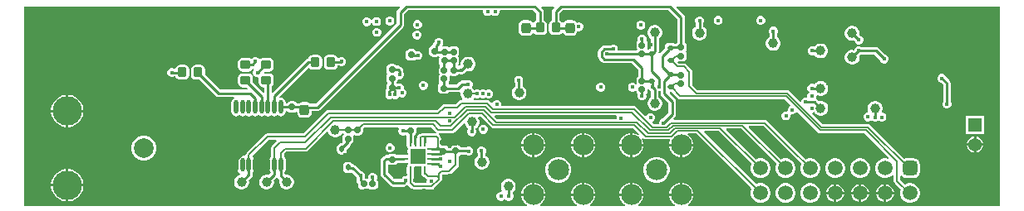
<source format=gbl>
G04*
G04 #@! TF.GenerationSoftware,Altium Limited,Altium Designer,23.10.1 (27)*
G04*
G04 Layer_Physical_Order=6*
G04 Layer_Color=16711680*
%FSAX25Y25*%
%MOIN*%
G70*
G04*
G04 #@! TF.SameCoordinates,DD09C1F2-BA3A-4F81-A9C7-6BB9A0416EC0*
G04*
G04*
G04 #@! TF.FilePolarity,Positive*
G04*
G01*
G75*
%ADD11C,0.00984*%
%ADD15C,0.01000*%
%ADD17C,0.00500*%
%ADD25O,0.00984X0.03347*%
%ADD26O,0.03347X0.00984*%
%ADD36O,0.01772X0.05512*%
G04:AMPARAMS|DCode=41|XSize=23.62mil|YSize=23.62mil|CornerRadius=5.91mil|HoleSize=0mil|Usage=FLASHONLY|Rotation=0.000|XOffset=0mil|YOffset=0mil|HoleType=Round|Shape=RoundedRectangle|*
%AMROUNDEDRECTD41*
21,1,0.02362,0.01181,0,0,0.0*
21,1,0.01181,0.02362,0,0,0.0*
1,1,0.01181,0.00591,-0.00591*
1,1,0.01181,-0.00591,-0.00591*
1,1,0.01181,-0.00591,0.00591*
1,1,0.01181,0.00591,0.00591*
%
%ADD41ROUNDEDRECTD41*%
G04:AMPARAMS|DCode=46|XSize=25.2mil|YSize=25.2mil|CornerRadius=6.3mil|HoleSize=0mil|Usage=FLASHONLY|Rotation=180.000|XOffset=0mil|YOffset=0mil|HoleType=Round|Shape=RoundedRectangle|*
%AMROUNDEDRECTD46*
21,1,0.02520,0.01260,0,0,180.0*
21,1,0.01260,0.02520,0,0,180.0*
1,1,0.01260,-0.00630,0.00630*
1,1,0.01260,0.00630,0.00630*
1,1,0.01260,0.00630,-0.00630*
1,1,0.01260,-0.00630,-0.00630*
%
%ADD46ROUNDEDRECTD46*%
G04:AMPARAMS|DCode=47|XSize=25.2mil|YSize=25.2mil|CornerRadius=6.3mil|HoleSize=0mil|Usage=FLASHONLY|Rotation=270.000|XOffset=0mil|YOffset=0mil|HoleType=Round|Shape=RoundedRectangle|*
%AMROUNDEDRECTD47*
21,1,0.02520,0.01260,0,0,270.0*
21,1,0.01260,0.02520,0,0,270.0*
1,1,0.01260,-0.00630,-0.00630*
1,1,0.01260,-0.00630,0.00630*
1,1,0.01260,0.00630,0.00630*
1,1,0.01260,0.00630,-0.00630*
%
%ADD47ROUNDEDRECTD47*%
G04:AMPARAMS|DCode=48|XSize=37.4mil|YSize=41.34mil|CornerRadius=9.35mil|HoleSize=0mil|Usage=FLASHONLY|Rotation=0.000|XOffset=0mil|YOffset=0mil|HoleType=Round|Shape=RoundedRectangle|*
%AMROUNDEDRECTD48*
21,1,0.03740,0.02264,0,0,0.0*
21,1,0.01870,0.04134,0,0,0.0*
1,1,0.01870,0.00935,-0.01132*
1,1,0.01870,-0.00935,-0.01132*
1,1,0.01870,-0.00935,0.01132*
1,1,0.01870,0.00935,0.01132*
%
%ADD48ROUNDEDRECTD48*%
G04:AMPARAMS|DCode=49|XSize=39.37mil|YSize=35.43mil|CornerRadius=8.86mil|HoleSize=0mil|Usage=FLASHONLY|Rotation=270.000|XOffset=0mil|YOffset=0mil|HoleType=Round|Shape=RoundedRectangle|*
%AMROUNDEDRECTD49*
21,1,0.03937,0.01772,0,0,270.0*
21,1,0.02165,0.03543,0,0,270.0*
1,1,0.01772,-0.00886,-0.01083*
1,1,0.01772,-0.00886,0.01083*
1,1,0.01772,0.00886,0.01083*
1,1,0.01772,0.00886,-0.01083*
%
%ADD49ROUNDEDRECTD49*%
G04:AMPARAMS|DCode=50|XSize=23.62mil|YSize=23.62mil|CornerRadius=5.91mil|HoleSize=0mil|Usage=FLASHONLY|Rotation=270.000|XOffset=0mil|YOffset=0mil|HoleType=Round|Shape=RoundedRectangle|*
%AMROUNDEDRECTD50*
21,1,0.02362,0.01181,0,0,270.0*
21,1,0.01181,0.02362,0,0,270.0*
1,1,0.01181,-0.00591,-0.00591*
1,1,0.01181,-0.00591,0.00591*
1,1,0.01181,0.00591,0.00591*
1,1,0.01181,0.00591,-0.00591*
%
%ADD50ROUNDEDRECTD50*%
G04:AMPARAMS|DCode=52|XSize=39.37mil|YSize=35.43mil|CornerRadius=8.86mil|HoleSize=0mil|Usage=FLASHONLY|Rotation=0.000|XOffset=0mil|YOffset=0mil|HoleType=Round|Shape=RoundedRectangle|*
%AMROUNDEDRECTD52*
21,1,0.03937,0.01772,0,0,0.0*
21,1,0.02165,0.03543,0,0,0.0*
1,1,0.01772,0.01083,-0.00886*
1,1,0.01772,-0.01083,-0.00886*
1,1,0.01772,-0.01083,0.00886*
1,1,0.01772,0.01083,0.00886*
%
%ADD52ROUNDEDRECTD52*%
%ADD97C,0.01181*%
%ADD105C,0.08425*%
%ADD106C,0.07874*%
%ADD107C,0.11811*%
%ADD108C,0.05386*%
%ADD109R,0.05386X0.05386*%
%ADD110C,0.05906*%
G04:AMPARAMS|DCode=111|XSize=59.06mil|YSize=59.06mil|CornerRadius=14.76mil|HoleSize=0mil|Usage=FLASHONLY|Rotation=180.000|XOffset=0mil|YOffset=0mil|HoleType=Round|Shape=RoundedRectangle|*
%AMROUNDEDRECTD111*
21,1,0.05906,0.02953,0,0,180.0*
21,1,0.02953,0.05906,0,0,180.0*
1,1,0.02953,-0.01476,0.01476*
1,1,0.02953,0.01476,0.01476*
1,1,0.02953,0.01476,-0.01476*
1,1,0.02953,-0.01476,-0.01476*
%
%ADD111ROUNDEDRECTD111*%
%ADD112C,0.01600*%
%ADD113C,0.03937*%
%ADD114R,0.06299X0.06299*%
G04:AMPARAMS|DCode=115|XSize=18.5mil|YSize=23.62mil|CornerRadius=4.63mil|HoleSize=0mil|Usage=FLASHONLY|Rotation=270.000|XOffset=0mil|YOffset=0mil|HoleType=Round|Shape=RoundedRectangle|*
%AMROUNDEDRECTD115*
21,1,0.01850,0.01437,0,0,270.0*
21,1,0.00925,0.02362,0,0,270.0*
1,1,0.00925,-0.00719,-0.00463*
1,1,0.00925,-0.00719,0.00463*
1,1,0.00925,0.00719,0.00463*
1,1,0.00925,0.00719,-0.00463*
%
%ADD115ROUNDEDRECTD115*%
G04:AMPARAMS|DCode=116|XSize=18.5mil|YSize=23.62mil|CornerRadius=4.63mil|HoleSize=0mil|Usage=FLASHONLY|Rotation=0.000|XOffset=0mil|YOffset=0mil|HoleType=Round|Shape=RoundedRectangle|*
%AMROUNDEDRECTD116*
21,1,0.01850,0.01437,0,0,0.0*
21,1,0.00925,0.02362,0,0,0.0*
1,1,0.00925,0.00463,-0.00719*
1,1,0.00925,-0.00463,-0.00719*
1,1,0.00925,-0.00463,0.00719*
1,1,0.00925,0.00463,0.00719*
%
%ADD116ROUNDEDRECTD116*%
G36*
X0392497Y0001204D02*
X0267479D01*
X0267345Y0001704D01*
X0267679Y0001897D01*
X0268576Y0002793D01*
X0269209Y0003890D01*
X0269537Y0005114D01*
Y0005248D01*
X0259912D01*
Y0005114D01*
X0260240Y0003890D01*
X0260873Y0002793D01*
X0261769Y0001897D01*
X0262103Y0001704D01*
X0261969Y0001204D01*
X0247480D01*
X0247345Y0001704D01*
X0247679Y0001897D01*
X0248575Y0002793D01*
X0249209Y0003890D01*
X0249537Y0005114D01*
Y0005248D01*
X0239912D01*
Y0005114D01*
X0240240Y0003890D01*
X0240873Y0002793D01*
X0241769Y0001897D01*
X0242103Y0001704D01*
X0241969Y0001204D01*
X0228109D01*
X0227975Y0001704D01*
X0228309Y0001897D01*
X0229205Y0002793D01*
X0229839Y0003890D01*
X0230167Y0005114D01*
Y0005248D01*
X0220542D01*
Y0005114D01*
X0220870Y0003890D01*
X0221503Y0002793D01*
X0222399Y0001897D01*
X0222733Y0001704D01*
X0222599Y0001204D01*
X0208109D01*
X0207975Y0001704D01*
X0208309Y0001897D01*
X0209205Y0002793D01*
X0209839Y0003890D01*
X0210167Y0005114D01*
Y0005248D01*
X0200542D01*
Y0005114D01*
X0200870Y0003890D01*
X0201503Y0002793D01*
X0202399Y0001897D01*
X0202733Y0001704D01*
X0202599Y0001204D01*
X0001204D01*
Y0081658D01*
X0151676D01*
X0151867Y0081196D01*
X0150887Y0080215D01*
X0150556Y0079719D01*
X0150439Y0079134D01*
Y0074926D01*
X0117987Y0042474D01*
X0115922D01*
X0115913Y0042488D01*
X0115273Y0042915D01*
X0114518Y0043066D01*
X0112648D01*
X0111893Y0042915D01*
X0111439Y0042612D01*
X0110552D01*
X0110368Y0042888D01*
X0109829Y0043248D01*
X0109193Y0043374D01*
X0107933D01*
X0107297Y0043248D01*
X0106758Y0042888D01*
X0106574Y0042612D01*
X0105958D01*
Y0042913D01*
X0105812Y0043649D01*
X0105395Y0044273D01*
X0104771Y0044690D01*
X0104035Y0044836D01*
X0103752Y0044780D01*
X0103506Y0045241D01*
X0115014Y0056749D01*
X0115512Y0056700D01*
X0115569Y0056613D01*
X0116193Y0056196D01*
X0116929Y0056050D01*
X0118701D01*
X0119437Y0056196D01*
X0120060Y0056613D01*
X0120477Y0057237D01*
X0120624Y0057972D01*
Y0060138D01*
X0120477Y0060874D01*
X0120060Y0061497D01*
X0119437Y0061914D01*
X0118701Y0062061D01*
X0116929D01*
X0116193Y0061914D01*
X0115569Y0061497D01*
X0115153Y0060874D01*
X0115088Y0060548D01*
X0114544Y0060440D01*
X0114048Y0060108D01*
X0100909Y0046969D01*
X0100447Y0047161D01*
Y0049377D01*
X0100671Y0049526D01*
X0101087Y0050150D01*
X0101234Y0050886D01*
Y0052658D01*
X0101087Y0053393D01*
X0100671Y0054017D01*
X0100047Y0054434D01*
X0099311Y0054580D01*
X0097549D01*
X0097403Y0054740D01*
X0097298Y0055080D01*
X0097474Y0055262D01*
X0099311D01*
X0100047Y0055409D01*
X0100671Y0055825D01*
X0101087Y0056449D01*
X0101234Y0057185D01*
Y0058957D01*
X0101087Y0059693D01*
X0100671Y0060316D01*
X0100047Y0060733D01*
X0099311Y0060879D01*
X0097146D01*
X0096410Y0060733D01*
X0095943Y0060422D01*
X0095592Y0060387D01*
X0095302Y0060492D01*
X0094917Y0060876D01*
X0094256Y0061150D01*
X0093540D01*
X0092878Y0060876D01*
X0092646Y0060644D01*
X0092364Y0060374D01*
X0091921Y0060573D01*
X0091681Y0060733D01*
X0090945Y0060879D01*
X0088779D01*
X0088044Y0060733D01*
X0087420Y0060316D01*
X0087003Y0059693D01*
X0086857Y0058957D01*
Y0057185D01*
X0087003Y0056449D01*
X0087420Y0055825D01*
X0088044Y0055409D01*
X0088779Y0055262D01*
X0090945D01*
X0091681Y0055409D01*
X0092304Y0055825D01*
X0092721Y0056449D01*
X0092732Y0056501D01*
X0092948Y0056535D01*
X0093186Y0056066D01*
X0093061Y0055941D01*
X0092787Y0055279D01*
Y0054563D01*
X0093061Y0053902D01*
X0093567Y0053395D01*
X0094229Y0053121D01*
X0094805D01*
X0095240Y0052744D01*
X0095223Y0052658D01*
Y0050886D01*
X0095369Y0050150D01*
X0095786Y0049526D01*
X0096410Y0049109D01*
X0097146Y0048963D01*
X0097388D01*
Y0047062D01*
X0096926Y0046871D01*
X0092868Y0050929D01*
Y0052658D01*
X0092721Y0053393D01*
X0092304Y0054017D01*
X0091681Y0054434D01*
X0090945Y0054580D01*
X0088779D01*
X0088044Y0054434D01*
X0087420Y0054017D01*
X0087003Y0053393D01*
X0086857Y0052658D01*
Y0050886D01*
X0087003Y0050150D01*
X0087420Y0049526D01*
X0088044Y0049109D01*
X0088779Y0048963D01*
X0090491D01*
X0090764Y0048629D01*
X0090572Y0048183D01*
X0079669D01*
X0073675Y0054177D01*
Y0056102D01*
X0073528Y0056838D01*
X0073112Y0057462D01*
X0072488Y0057879D01*
X0071752Y0058025D01*
X0069980D01*
X0069244Y0057879D01*
X0068621Y0057462D01*
X0068204Y0056838D01*
X0068058Y0056102D01*
Y0053937D01*
X0068204Y0053201D01*
X0068621Y0052577D01*
X0069244Y0052161D01*
X0069980Y0052014D01*
X0071512D01*
X0077954Y0045572D01*
X0078450Y0045241D01*
X0079036Y0045124D01*
X0085202D01*
X0085288Y0044624D01*
X0084762Y0044273D01*
X0084346Y0043649D01*
X0084199Y0042913D01*
Y0039173D01*
X0084346Y0038437D01*
X0084762Y0037814D01*
X0085386Y0037397D01*
X0086122Y0037251D01*
X0086858Y0037397D01*
X0087402Y0037760D01*
X0087945Y0037397D01*
X0088681Y0037251D01*
X0089417Y0037397D01*
X0089961Y0037760D01*
X0090504Y0037397D01*
X0091240Y0037251D01*
X0091976Y0037397D01*
X0092520Y0037760D01*
X0093063Y0037397D01*
X0093799Y0037251D01*
X0094535Y0037397D01*
X0095079Y0037760D01*
X0095622Y0037397D01*
X0096358Y0037251D01*
X0097094Y0037397D01*
X0097638Y0037760D01*
X0098181Y0037397D01*
X0098917Y0037251D01*
X0099653Y0037397D01*
X0100197Y0037760D01*
X0100741Y0037397D01*
X0101476Y0037251D01*
X0102212Y0037397D01*
X0102756Y0037760D01*
X0103300Y0037397D01*
X0104035Y0037251D01*
X0104771Y0037397D01*
X0105395Y0037814D01*
X0105812Y0038437D01*
X0105958Y0039173D01*
Y0039553D01*
X0106574D01*
X0106758Y0039278D01*
X0107297Y0038917D01*
X0107933Y0038791D01*
X0109193D01*
X0109829Y0038917D01*
X0110175Y0039149D01*
X0110675Y0038905D01*
Y0038829D01*
X0110825Y0038074D01*
X0111252Y0037434D01*
X0111893Y0037006D01*
X0112648Y0036856D01*
X0114518D01*
X0115273Y0037006D01*
X0115913Y0037434D01*
X0116340Y0038074D01*
X0116491Y0038829D01*
Y0039415D01*
X0118621D01*
X0119206Y0039532D01*
X0119702Y0039863D01*
X0153050Y0073211D01*
X0153382Y0073707D01*
X0153498Y0074293D01*
Y0078500D01*
X0155145Y0080148D01*
X0185033D01*
X0185208Y0079886D01*
Y0079169D01*
X0185482Y0078508D01*
X0185988Y0078002D01*
X0186650Y0077728D01*
X0187366D01*
X0188028Y0078002D01*
X0188533Y0078508D01*
X0189040Y0078002D01*
X0189701Y0077728D01*
X0190417D01*
X0191079Y0078002D01*
X0191585Y0078508D01*
X0191859Y0079169D01*
Y0079886D01*
X0192034Y0080148D01*
X0205189D01*
X0206443Y0078894D01*
Y0075909D01*
X0206351Y0075891D01*
X0205727Y0075474D01*
X0205446Y0075053D01*
X0204876Y0075037D01*
X0204594Y0075460D01*
X0203954Y0075888D01*
X0203199Y0076038D01*
X0201329D01*
X0200574Y0075888D01*
X0199934Y0075460D01*
X0199506Y0074820D01*
X0199356Y0074065D01*
Y0071801D01*
X0199506Y0071046D01*
X0199934Y0070406D01*
X0200574Y0069978D01*
X0201329Y0069828D01*
X0203199D01*
X0203954Y0069978D01*
X0204594Y0070406D01*
X0204921Y0070896D01*
X0205398Y0070955D01*
X0205499Y0070930D01*
X0205727Y0070589D01*
X0206351Y0070172D01*
X0207087Y0070026D01*
X0208858D01*
X0209594Y0070172D01*
X0210218Y0070589D01*
X0210635Y0071213D01*
X0210781Y0071949D01*
Y0074114D01*
X0210635Y0074850D01*
X0210218Y0075474D01*
X0209594Y0075891D01*
X0209502Y0075909D01*
Y0079527D01*
X0209385Y0080113D01*
X0209054Y0080609D01*
X0208467Y0081196D01*
X0208659Y0081658D01*
X0213585D01*
X0213777Y0081196D01*
X0213190Y0080609D01*
X0212859Y0080113D01*
X0212742Y0079528D01*
Y0075909D01*
X0212650Y0075891D01*
X0212026Y0075474D01*
X0211609Y0074850D01*
X0211463Y0074114D01*
Y0071949D01*
X0211609Y0071213D01*
X0212026Y0070589D01*
X0212650Y0070172D01*
X0213386Y0070026D01*
X0215158D01*
X0215893Y0070172D01*
X0216517Y0070589D01*
X0216745Y0070930D01*
X0216847Y0070955D01*
X0217323Y0070896D01*
X0217650Y0070406D01*
X0218290Y0069978D01*
X0219045Y0069828D01*
X0220915D01*
X0221670Y0069978D01*
X0222310Y0070406D01*
X0222738Y0071046D01*
X0222816Y0071438D01*
X0223166Y0071625D01*
X0223882D01*
X0224543Y0071899D01*
X0225050Y0072406D01*
X0225324Y0073067D01*
Y0073783D01*
X0225050Y0074445D01*
X0224543Y0074951D01*
X0223882Y0075225D01*
X0223166D01*
X0222619Y0074999D01*
X0222310Y0075460D01*
X0221670Y0075888D01*
X0220915Y0076038D01*
X0219045D01*
X0218290Y0075888D01*
X0217650Y0075460D01*
X0217368Y0075037D01*
X0216798Y0075053D01*
X0216517Y0075474D01*
X0215893Y0075891D01*
X0215801Y0075909D01*
Y0078894D01*
X0217055Y0080148D01*
X0259422D01*
X0263038Y0076532D01*
Y0067034D01*
X0262830Y0066895D01*
X0262625Y0066588D01*
X0261942D01*
X0261624Y0066801D01*
X0261053Y0066914D01*
X0259616D01*
X0259046Y0066801D01*
X0258562Y0066478D01*
X0258238Y0065994D01*
X0258125Y0065423D01*
Y0064914D01*
X0255988Y0062777D01*
X0255631Y0062909D01*
X0255521Y0062994D01*
X0255593Y0063355D01*
Y0068535D01*
X0255858Y0068688D01*
X0256411Y0069240D01*
X0256802Y0069917D01*
X0257004Y0070672D01*
Y0071454D01*
X0256802Y0072209D01*
X0256411Y0072886D01*
X0255858Y0073438D01*
X0255181Y0073829D01*
X0254426Y0074032D01*
X0253645D01*
X0252890Y0073829D01*
X0252213Y0073438D01*
X0251660Y0072886D01*
X0251269Y0072209D01*
X0251067Y0071454D01*
Y0070672D01*
X0251269Y0069917D01*
X0251660Y0069240D01*
X0252213Y0068688D01*
X0252534Y0068502D01*
Y0064355D01*
X0252136D01*
X0251565Y0064242D01*
X0251453Y0064167D01*
X0251249Y0064215D01*
X0251006Y0064734D01*
X0251130Y0065354D01*
Y0066535D01*
X0251006Y0067156D01*
X0250655Y0067682D01*
X0250585Y0067729D01*
X0250717Y0068047D01*
Y0068764D01*
X0250443Y0069425D01*
X0249937Y0069932D01*
X0249275Y0070205D01*
X0248559D01*
X0247898Y0069932D01*
X0247391Y0069425D01*
X0247117Y0068764D01*
Y0068047D01*
X0247249Y0067729D01*
X0247180Y0067682D01*
X0246829Y0067156D01*
X0246705Y0066535D01*
Y0065354D01*
X0246829Y0064734D01*
X0247031Y0064431D01*
X0246764Y0063931D01*
X0239256D01*
X0239202Y0064012D01*
Y0064728D01*
X0238928Y0065390D01*
X0238421Y0065896D01*
X0237760Y0066170D01*
X0237044D01*
X0236390Y0065899D01*
X0233858D01*
X0233273Y0065783D01*
X0232777Y0065452D01*
X0231694Y0064369D01*
X0231363Y0063873D01*
X0231246Y0063287D01*
Y0061417D01*
X0231363Y0060832D01*
X0231694Y0060336D01*
X0232777Y0059253D01*
X0233273Y0058922D01*
X0233858Y0058805D01*
X0244741D01*
X0247388Y0056158D01*
Y0053451D01*
X0247180Y0053312D01*
X0246829Y0052786D01*
X0246705Y0052165D01*
Y0050984D01*
X0246790Y0050557D01*
X0246329Y0050311D01*
X0246098Y0050542D01*
X0245437Y0050816D01*
X0244721D01*
X0244059Y0050542D01*
X0243553Y0050035D01*
X0243279Y0049374D01*
Y0048658D01*
X0243553Y0047996D01*
X0244059Y0047490D01*
X0244721Y0047216D01*
X0245437D01*
X0246098Y0047490D01*
X0246205Y0047596D01*
X0246587Y0047478D01*
X0246714Y0047398D01*
X0246829Y0046820D01*
X0247180Y0046294D01*
X0247250Y0046248D01*
X0247117Y0045929D01*
Y0045213D01*
X0247391Y0044551D01*
X0247898Y0044045D01*
X0248559Y0043771D01*
X0249275D01*
X0249937Y0044045D01*
X0250443Y0044551D01*
X0250717Y0045213D01*
Y0045929D01*
X0250585Y0046248D01*
X0250655Y0046294D01*
X0251006Y0046820D01*
X0251130Y0047441D01*
Y0048079D01*
X0251595Y0048186D01*
X0251630Y0048187D01*
X0252130Y0047687D01*
X0252506Y0047531D01*
Y0045064D01*
X0252213Y0044895D01*
X0251660Y0044342D01*
X0251269Y0043666D01*
X0251067Y0042911D01*
Y0042129D01*
X0251269Y0041374D01*
X0251660Y0040697D01*
X0252213Y0040144D01*
X0252890Y0039753D01*
X0253645Y0039551D01*
X0254426D01*
X0255181Y0039753D01*
X0255858Y0040144D01*
X0256411Y0040697D01*
X0256802Y0041374D01*
X0257004Y0042129D01*
Y0042911D01*
X0256802Y0043666D01*
X0256411Y0044342D01*
X0255858Y0044895D01*
X0255565Y0045064D01*
Y0047413D01*
X0256264D01*
X0256345Y0047358D01*
Y0046457D01*
X0256461Y0045871D01*
X0256793Y0045375D01*
X0259494Y0042674D01*
Y0038724D01*
X0257212Y0036442D01*
X0256559Y0036172D01*
X0256053Y0035665D01*
X0255779Y0035004D01*
Y0034288D01*
X0255686Y0034148D01*
X0253579D01*
X0253007Y0034721D01*
X0253105Y0035211D01*
X0253283Y0035285D01*
X0253790Y0035791D01*
X0254064Y0036453D01*
Y0037169D01*
X0253790Y0037831D01*
X0253283Y0038337D01*
X0252622Y0038611D01*
X0251906D01*
X0251244Y0038337D01*
X0250738Y0037831D01*
X0250664Y0037652D01*
X0250173Y0037554D01*
X0246570Y0041157D01*
X0246157Y0041433D01*
X0245669Y0041530D01*
X0192608D01*
X0192450Y0041768D01*
Y0042484D01*
X0192176Y0043146D01*
X0191669Y0043652D01*
X0191008Y0043926D01*
X0190292D01*
X0189630Y0043652D01*
X0189124Y0043146D01*
X0188998Y0042842D01*
X0188408Y0042725D01*
X0187614Y0043519D01*
X0187200Y0043796D01*
X0186713Y0043893D01*
X0181475D01*
X0181268Y0044393D01*
X0181378Y0044503D01*
X0181756Y0044832D01*
X0182418Y0044558D01*
X0183134D01*
X0183795Y0044832D01*
X0183926Y0044963D01*
X0184056Y0044832D01*
X0184718Y0044558D01*
X0185434D01*
X0186095Y0044832D01*
X0186217Y0044954D01*
X0186356Y0044814D01*
X0187018Y0044540D01*
X0187734D01*
X0188395Y0044814D01*
X0188901Y0045321D01*
X0189175Y0045982D01*
Y0046698D01*
X0188901Y0047360D01*
X0188395Y0047866D01*
X0187734Y0048140D01*
X0187018D01*
X0186356Y0047866D01*
X0186234Y0047745D01*
X0186095Y0047884D01*
X0185434Y0048158D01*
X0184718D01*
X0184056Y0047884D01*
X0183926Y0047754D01*
X0183795Y0047884D01*
X0183134Y0048158D01*
X0182418D01*
X0181756Y0047884D01*
X0181378Y0048214D01*
X0180858Y0048734D01*
X0180707Y0048821D01*
X0180660Y0049177D01*
X0180934Y0049839D01*
Y0050555D01*
X0180660Y0051217D01*
X0180154Y0051723D01*
X0179492Y0051997D01*
X0178776D01*
X0178122Y0051726D01*
X0176673D01*
X0176088Y0051610D01*
X0175592Y0051278D01*
X0174504Y0050191D01*
X0171570D01*
X0171260Y0050642D01*
X0171375Y0050947D01*
X0171577Y0051249D01*
X0171701Y0051870D01*
Y0053051D01*
X0171616Y0053475D01*
X0172060Y0053780D01*
X0172061Y0053780D01*
X0172697Y0053653D01*
X0173957D01*
X0174593Y0053780D01*
X0175132Y0054140D01*
X0175336Y0054445D01*
X0175339D01*
X0175921Y0054204D01*
X0176638D01*
X0177299Y0054478D01*
X0177638Y0054817D01*
X0177968Y0055037D01*
X0178416Y0055485D01*
X0178743Y0055398D01*
X0179525D01*
X0180280Y0055600D01*
X0180957Y0055991D01*
X0181509Y0056543D01*
X0181900Y0057220D01*
X0182102Y0057975D01*
Y0058757D01*
X0181900Y0059512D01*
X0181509Y0060189D01*
X0180957Y0060742D01*
X0180280Y0061132D01*
X0179525Y0061335D01*
X0178743D01*
X0177988Y0061132D01*
X0177311Y0060742D01*
X0176759Y0060189D01*
X0176368Y0059512D01*
X0176165Y0058757D01*
Y0057975D01*
X0176065Y0057845D01*
X0175542Y0057754D01*
X0175195Y0058044D01*
X0175244Y0058276D01*
X0175416Y0058533D01*
X0175539Y0059153D01*
Y0060335D01*
X0175416Y0060955D01*
X0175064Y0061481D01*
Y0061550D01*
X0175416Y0062076D01*
X0175539Y0062697D01*
Y0063878D01*
X0175416Y0064499D01*
X0175064Y0065025D01*
X0174538Y0065376D01*
X0173917Y0065500D01*
X0172736D01*
X0172116Y0065376D01*
X0171590Y0065025D01*
X0171324D01*
X0170798Y0065376D01*
X0170177Y0065500D01*
X0169048D01*
X0168950Y0065620D01*
X0168814Y0065973D01*
X0168947Y0066106D01*
X0169221Y0066768D01*
Y0067484D01*
X0168947Y0068146D01*
X0168441Y0068652D01*
X0167779Y0068926D01*
X0167063D01*
X0166402Y0068652D01*
X0165895Y0068146D01*
X0165621Y0067484D01*
Y0067326D01*
X0165346Y0067052D01*
X0165015Y0066555D01*
X0164898Y0065970D01*
Y0065772D01*
X0164482Y0065689D01*
X0163943Y0065329D01*
X0163583Y0064789D01*
X0163456Y0064153D01*
Y0062894D01*
X0163583Y0062258D01*
X0163943Y0061719D01*
X0164482Y0061358D01*
X0165118Y0061232D01*
X0166378D01*
X0167014Y0061358D01*
X0167288Y0061542D01*
X0167649Y0061181D01*
X0167498Y0060955D01*
X0167374Y0060335D01*
Y0059154D01*
X0167498Y0058533D01*
X0167664Y0058284D01*
X0167751Y0057741D01*
X0167399Y0057215D01*
X0167276Y0056595D01*
Y0055413D01*
X0167399Y0054793D01*
X0167751Y0054267D01*
Y0054198D01*
X0167399Y0053672D01*
X0167276Y0053051D01*
Y0051870D01*
X0167399Y0051249D01*
X0167541Y0051038D01*
X0167585Y0050466D01*
X0167225Y0049927D01*
X0167098Y0049291D01*
Y0048031D01*
X0167225Y0047396D01*
X0167585Y0046856D01*
X0168124Y0046496D01*
X0168760Y0046370D01*
X0170020D01*
X0170656Y0046496D01*
X0171195Y0046856D01*
X0171379Y0047132D01*
X0175138D01*
X0175681Y0047240D01*
X0175858Y0047128D01*
X0176109Y0046905D01*
X0176067Y0046749D01*
Y0045968D01*
X0176269Y0045213D01*
X0176660Y0044536D01*
X0176803Y0044393D01*
X0176596Y0043893D01*
X0176378D01*
X0175890Y0043796D01*
X0175477Y0043519D01*
X0174177Y0042219D01*
X0169587D01*
X0169099Y0042122D01*
X0168685Y0041846D01*
X0166697Y0039857D01*
X0123130D01*
X0122642Y0039760D01*
X0122229Y0039484D01*
X0113153Y0030408D01*
X0098622D01*
X0098134Y0030311D01*
X0097721Y0030035D01*
X0090339Y0022653D01*
X0090063Y0022240D01*
X0089966Y0021752D01*
Y0021696D01*
X0089466Y0021429D01*
X0089417Y0021462D01*
X0088681Y0021608D01*
X0087945Y0021462D01*
X0087322Y0021045D01*
X0086905Y0020421D01*
X0086758Y0019685D01*
Y0015945D01*
X0086905Y0015209D01*
X0087322Y0014585D01*
X0087784Y0014276D01*
X0087708Y0013745D01*
X0087142Y0013593D01*
X0086465Y0013202D01*
X0085912Y0012650D01*
X0085521Y0011973D01*
X0085319Y0011218D01*
Y0010436D01*
X0085521Y0009681D01*
X0085912Y0009004D01*
X0086465Y0008451D01*
X0087142Y0008061D01*
X0087897Y0007858D01*
X0088678D01*
X0089433Y0008061D01*
X0090110Y0008451D01*
X0090663Y0009004D01*
X0091054Y0009681D01*
X0091256Y0010436D01*
Y0011218D01*
X0091168Y0011545D01*
X0092322Y0012698D01*
X0092653Y0013194D01*
X0092769Y0013780D01*
Y0014839D01*
X0093017Y0015209D01*
X0093163Y0015945D01*
Y0019685D01*
X0093017Y0020421D01*
X0092600Y0021045D01*
X0092802Y0021511D01*
X0099150Y0027859D01*
X0102220D01*
X0102427Y0027359D01*
X0100575Y0025508D01*
X0100299Y0025094D01*
X0100202Y0024606D01*
Y0021102D01*
X0100117Y0021045D01*
X0099700Y0020421D01*
X0099554Y0019685D01*
Y0015945D01*
X0099700Y0015209D01*
X0099947Y0014839D01*
Y0014610D01*
X0099045Y0013708D01*
X0098718Y0013795D01*
X0097936D01*
X0097181Y0013593D01*
X0096504Y0013202D01*
X0095951Y0012650D01*
X0095561Y0011973D01*
X0095358Y0011218D01*
Y0010436D01*
X0095561Y0009681D01*
X0095951Y0009004D01*
X0096504Y0008451D01*
X0097181Y0008061D01*
X0097936Y0007858D01*
X0098718D01*
X0099473Y0008061D01*
X0100150Y0008451D01*
X0100702Y0009004D01*
X0101093Y0009681D01*
X0101295Y0010436D01*
Y0011218D01*
X0101208Y0011545D01*
X0102201Y0012538D01*
X0102836Y0012466D01*
X0102954Y0012288D01*
X0103555Y0011687D01*
X0103429Y0011218D01*
Y0010436D01*
X0103631Y0009681D01*
X0104022Y0009004D01*
X0104575Y0008451D01*
X0105252Y0008061D01*
X0106007Y0007858D01*
X0106788D01*
X0107543Y0008061D01*
X0108220Y0008451D01*
X0108773Y0009004D01*
X0109164Y0009681D01*
X0109366Y0010436D01*
Y0011218D01*
X0109164Y0011973D01*
X0108773Y0012650D01*
X0108220Y0013202D01*
X0107543Y0013593D01*
X0106788Y0013795D01*
X0106007D01*
X0105975Y0013787D01*
X0105565Y0014130D01*
Y0014839D01*
X0105812Y0015209D01*
X0105958Y0015945D01*
Y0019685D01*
X0105812Y0020421D01*
X0105395Y0021045D01*
X0105310Y0021102D01*
Y0022110D01*
X0106237Y0023036D01*
X0113976D01*
X0114464Y0023133D01*
X0114878Y0023410D01*
X0122499Y0031031D01*
X0123056Y0030882D01*
X0123120Y0030645D01*
X0123510Y0029969D01*
X0124063Y0029416D01*
X0124740Y0029025D01*
X0125495Y0028823D01*
X0126277D01*
X0127032Y0029025D01*
X0127708Y0029416D01*
X0128261Y0029969D01*
X0128458Y0030309D01*
X0128969Y0030344D01*
X0129267Y0030009D01*
Y0029985D01*
X0128915Y0029459D01*
X0128792Y0028839D01*
Y0027657D01*
X0128915Y0027037D01*
X0128939Y0027001D01*
X0128361Y0026422D01*
X0127982D01*
X0127412Y0026309D01*
X0126928Y0025986D01*
X0126605Y0025502D01*
X0126491Y0024931D01*
Y0023494D01*
X0126605Y0022923D01*
X0126928Y0022440D01*
X0127412Y0022116D01*
X0127982Y0022003D01*
X0128908D01*
X0129478Y0022116D01*
X0129962Y0022440D01*
X0130285Y0022923D01*
X0130399Y0023494D01*
Y0023873D01*
X0131809Y0025283D01*
X0132161Y0025809D01*
X0132232Y0026171D01*
X0132741Y0026511D01*
X0133093Y0027037D01*
X0133216Y0027657D01*
Y0028839D01*
X0133107Y0029386D01*
X0133277Y0029572D01*
X0133513Y0029716D01*
X0133533Y0029702D01*
X0134154Y0029579D01*
X0135335D01*
X0135955Y0029702D01*
X0136481Y0030054D01*
X0136833Y0030580D01*
X0136956Y0031201D01*
Y0032201D01*
X0137520Y0032765D01*
X0151220D01*
X0151462Y0032265D01*
X0151251Y0031756D01*
Y0031040D01*
X0151525Y0030378D01*
X0152032Y0029872D01*
X0152693Y0029598D01*
X0153409D01*
X0154071Y0029872D01*
X0154072Y0029872D01*
X0154258Y0029593D01*
X0154490Y0029437D01*
Y0027992D01*
X0154483Y0027953D01*
Y0025591D01*
X0154598Y0025008D01*
X0154807Y0024696D01*
Y0021928D01*
X0154527Y0021699D01*
X0152165D01*
X0152126Y0021691D01*
X0150574D01*
X0150556Y0021718D01*
X0150030Y0022069D01*
X0149409Y0022193D01*
X0148228D01*
X0147608Y0022069D01*
X0147082Y0021718D01*
X0147064Y0021691D01*
X0146350D01*
X0146350Y0021691D01*
X0145768Y0021575D01*
X0145275Y0021245D01*
X0144495Y0020466D01*
X0144165Y0019972D01*
X0144050Y0019390D01*
Y0013976D01*
X0144165Y0013394D01*
X0144495Y0012901D01*
X0147940Y0009456D01*
X0148433Y0009126D01*
X0149016Y0009010D01*
X0153269D01*
X0153851Y0009126D01*
X0154344Y0009456D01*
X0154528Y0009640D01*
X0155074Y0009673D01*
X0155103Y0009630D01*
X0156481Y0008252D01*
X0156894Y0007976D01*
X0157382Y0007879D01*
X0164567D01*
X0165055Y0007976D01*
X0165468Y0008252D01*
X0168249Y0011033D01*
X0168525Y0011446D01*
X0168622Y0011934D01*
Y0013571D01*
X0168835Y0013785D01*
X0171555D01*
X0172043Y0013882D01*
X0172456Y0014158D01*
X0175114Y0016815D01*
X0175390Y0017229D01*
X0175487Y0017717D01*
Y0021226D01*
X0176018Y0021581D01*
X0176182Y0021827D01*
X0178285D01*
X0178311Y0021801D01*
X0178973Y0021527D01*
X0179689D01*
X0180350Y0021801D01*
X0180857Y0022307D01*
X0181131Y0022969D01*
Y0023685D01*
X0180857Y0024346D01*
X0180350Y0024853D01*
X0179689Y0025127D01*
X0178973D01*
X0178391Y0024886D01*
X0176222D01*
X0176018Y0025191D01*
X0175478Y0025551D01*
X0174843Y0025678D01*
X0173583D01*
X0172947Y0025551D01*
X0172408Y0025191D01*
X0172190Y0024866D01*
X0171149D01*
X0170998Y0025092D01*
X0170459Y0025453D01*
X0169823Y0025579D01*
X0168620D01*
X0168296Y0025644D01*
X0168265D01*
Y0028482D01*
X0168168Y0028970D01*
X0167891Y0029384D01*
X0167258Y0030017D01*
X0167262Y0030095D01*
X0167419Y0030517D01*
X0172736D01*
X0173224Y0030614D01*
X0173637Y0030890D01*
X0177259Y0034512D01*
X0177817Y0034363D01*
X0177943Y0033894D01*
X0178333Y0033217D01*
X0178886Y0032664D01*
X0179179Y0032495D01*
Y0032114D01*
X0178909Y0031460D01*
Y0030744D01*
X0179183Y0030083D01*
X0179689Y0029576D01*
X0180351Y0029302D01*
X0181067D01*
X0181728Y0029576D01*
X0182235Y0030083D01*
X0182509Y0030744D01*
Y0031460D01*
X0182238Y0032114D01*
Y0032495D01*
X0182531Y0032664D01*
X0183084Y0033217D01*
X0183475Y0033894D01*
X0183677Y0034649D01*
Y0035430D01*
X0183475Y0036185D01*
X0183199Y0036663D01*
X0183451Y0037163D01*
X0184165D01*
X0188288Y0033040D01*
X0188701Y0032763D01*
X0189189Y0032666D01*
X0245157D01*
X0247603Y0030220D01*
X0247296Y0029820D01*
X0246582Y0030233D01*
X0245358Y0030561D01*
X0245224D01*
Y0026248D01*
X0249537D01*
Y0026382D01*
X0249209Y0027606D01*
X0248797Y0028320D01*
X0249197Y0028627D01*
X0249394Y0028429D01*
X0249808Y0028153D01*
X0250295Y0028056D01*
X0260000D01*
X0260192Y0027724D01*
X0260226Y0027556D01*
X0259912Y0026382D01*
Y0026248D01*
X0269537D01*
Y0026382D01*
X0269209Y0027606D01*
X0268576Y0028703D01*
X0267679Y0029599D01*
X0267154Y0029903D01*
X0267287Y0030403D01*
X0270684D01*
X0292871Y0008216D01*
X0292741Y0007990D01*
X0292471Y0006985D01*
Y0005944D01*
X0292741Y0004939D01*
X0293261Y0004038D01*
X0293997Y0003302D01*
X0294898Y0002781D01*
X0295904Y0002512D01*
X0296944D01*
X0297950Y0002781D01*
X0298851Y0003302D01*
X0299587Y0004038D01*
X0300107Y0004939D01*
X0300377Y0005944D01*
Y0006985D01*
X0300107Y0007990D01*
X0299587Y0008892D01*
X0298851Y0009628D01*
X0297950Y0010148D01*
X0296944Y0010417D01*
X0295904D01*
X0294898Y0010148D01*
X0294673Y0010018D01*
X0273750Y0030941D01*
X0273942Y0031403D01*
X0279636D01*
X0292871Y0018168D01*
X0292741Y0017943D01*
X0292471Y0016938D01*
Y0015897D01*
X0292741Y0014892D01*
X0293261Y0013990D01*
X0293997Y0013254D01*
X0294898Y0012734D01*
X0295904Y0012465D01*
X0296944D01*
X0297950Y0012734D01*
X0298851Y0013254D01*
X0299587Y0013990D01*
X0300107Y0014892D01*
X0300377Y0015897D01*
Y0016938D01*
X0300107Y0017943D01*
X0299587Y0018844D01*
X0298851Y0019580D01*
X0297950Y0020101D01*
X0296944Y0020370D01*
X0295904D01*
X0294898Y0020101D01*
X0294673Y0019971D01*
X0282703Y0031941D01*
X0282894Y0032403D01*
X0288637D01*
X0302871Y0018168D01*
X0302741Y0017943D01*
X0302472Y0016938D01*
Y0015897D01*
X0302741Y0014892D01*
X0303261Y0013990D01*
X0303997Y0013254D01*
X0304899Y0012734D01*
X0305904Y0012465D01*
X0306945D01*
X0307950Y0012734D01*
X0308851Y0013254D01*
X0309587Y0013990D01*
X0310108Y0014892D01*
X0310377Y0015897D01*
Y0016938D01*
X0310108Y0017943D01*
X0309587Y0018844D01*
X0308851Y0019580D01*
X0307950Y0020101D01*
X0306945Y0020370D01*
X0305904D01*
X0304899Y0020101D01*
X0304673Y0019971D01*
X0291703Y0032941D01*
X0291895Y0033403D01*
X0297590D01*
X0307645Y0023348D01*
X0307645Y0023348D01*
X0312825Y0018168D01*
X0312695Y0017943D01*
X0312425Y0016938D01*
Y0015897D01*
X0312695Y0014892D01*
X0313215Y0013990D01*
X0313951Y0013254D01*
X0314852Y0012734D01*
X0315858Y0012465D01*
X0316898D01*
X0317904Y0012734D01*
X0318805Y0013254D01*
X0319541Y0013990D01*
X0320061Y0014892D01*
X0320331Y0015897D01*
Y0016938D01*
X0320061Y0017943D01*
X0319541Y0018844D01*
X0318805Y0019580D01*
X0317904Y0020101D01*
X0316898Y0020370D01*
X0315858D01*
X0314852Y0020101D01*
X0314627Y0019971D01*
X0309448Y0025150D01*
X0309448Y0025150D01*
X0299019Y0035578D01*
X0298606Y0035855D01*
X0298118Y0035952D01*
X0261701D01*
X0261510Y0036414D01*
X0262105Y0037009D01*
X0262437Y0037505D01*
X0262553Y0038091D01*
Y0043307D01*
X0262437Y0043892D01*
X0262105Y0044388D01*
X0259932Y0046562D01*
X0260139Y0047062D01*
X0260742D01*
X0263331Y0044473D01*
X0263745Y0044197D01*
X0264232Y0044100D01*
X0306168D01*
X0308291Y0041976D01*
X0308194Y0041487D01*
X0307687Y0040980D01*
X0307414Y0040319D01*
Y0039690D01*
X0307162Y0039419D01*
X0306998Y0039299D01*
X0306335D01*
X0305673Y0039025D01*
X0305167Y0038519D01*
X0304893Y0037857D01*
Y0037141D01*
X0305167Y0036480D01*
X0305673Y0035973D01*
X0306335Y0035699D01*
X0307051D01*
X0307713Y0035973D01*
X0308219Y0036480D01*
X0308493Y0037141D01*
Y0037770D01*
X0308744Y0038041D01*
X0308909Y0038161D01*
X0309572D01*
X0310233Y0038435D01*
X0310739Y0038941D01*
X0311229Y0039038D01*
X0319377Y0030890D01*
X0319791Y0030614D01*
X0320279Y0030517D01*
X0338153D01*
X0347998Y0020672D01*
X0347981Y0020595D01*
X0347395Y0020237D01*
X0346898Y0020370D01*
X0345858D01*
X0344852Y0020101D01*
X0343951Y0019580D01*
X0343215Y0018844D01*
X0342695Y0017943D01*
X0342425Y0016938D01*
Y0015897D01*
X0342695Y0014892D01*
X0343215Y0013990D01*
X0343951Y0013254D01*
X0344852Y0012734D01*
X0345858Y0012465D01*
X0346898D01*
X0347904Y0012734D01*
X0348805Y0013254D01*
X0349407Y0013856D01*
X0349907Y0013666D01*
Y0011220D01*
X0350004Y0010733D01*
X0350280Y0010319D01*
X0352687Y0007913D01*
X0352425Y0006938D01*
Y0005897D01*
X0352695Y0004892D01*
X0353215Y0003990D01*
X0353951Y0003254D01*
X0354852Y0002734D01*
X0355858Y0002465D01*
X0356898D01*
X0357904Y0002734D01*
X0358805Y0003254D01*
X0359541Y0003990D01*
X0360061Y0004892D01*
X0360331Y0005897D01*
Y0006938D01*
X0360061Y0007943D01*
X0359541Y0008844D01*
X0358805Y0009580D01*
X0357904Y0010101D01*
X0356898Y0010370D01*
X0355858D01*
X0354852Y0010101D01*
X0354377Y0009827D01*
X0352456Y0011748D01*
Y0013244D01*
X0352956Y0013396D01*
X0353116Y0013156D01*
X0353935Y0012608D01*
X0354902Y0012416D01*
X0357854D01*
X0358821Y0012608D01*
X0359640Y0013156D01*
X0360187Y0013975D01*
X0360379Y0014941D01*
Y0017894D01*
X0360187Y0018860D01*
X0359640Y0019679D01*
X0358821Y0020226D01*
X0357854Y0020419D01*
X0354902D01*
X0353971Y0020233D01*
X0340330Y0033874D01*
X0339917Y0034150D01*
X0339429Y0034247D01*
X0321296D01*
X0317175Y0038367D01*
X0317367Y0038829D01*
X0317386D01*
X0317992Y0039080D01*
X0318196Y0038728D01*
X0318748Y0038176D01*
X0319425Y0037785D01*
X0320180Y0037583D01*
X0320962D01*
X0321717Y0037785D01*
X0322394Y0038176D01*
X0322946Y0038728D01*
X0323337Y0039405D01*
X0323539Y0040160D01*
Y0040942D01*
X0323337Y0041697D01*
X0322946Y0042374D01*
X0322394Y0042927D01*
X0321717Y0043317D01*
X0320962Y0043520D01*
X0320180D01*
X0319844Y0043430D01*
X0319088Y0044186D01*
X0318936Y0044287D01*
X0318600Y0044537D01*
X0318724Y0044984D01*
X0318828Y0045233D01*
Y0045623D01*
X0319328Y0045912D01*
X0319425Y0045856D01*
X0320180Y0045654D01*
X0320962D01*
X0321717Y0045856D01*
X0322394Y0046247D01*
X0322946Y0046799D01*
X0323337Y0047476D01*
X0323539Y0048231D01*
Y0049013D01*
X0323337Y0049768D01*
X0322946Y0050445D01*
X0322394Y0050998D01*
X0321717Y0051388D01*
X0320962Y0051591D01*
X0320180D01*
X0319425Y0051388D01*
X0318748Y0050998D01*
X0318196Y0050445D01*
X0318029Y0050156D01*
X0317386Y0050422D01*
X0316670D01*
X0316008Y0050148D01*
X0315502Y0049642D01*
X0315228Y0048980D01*
Y0048264D01*
X0315502Y0047602D01*
X0315997Y0047107D01*
X0315502Y0046611D01*
X0315228Y0045949D01*
Y0045318D01*
X0315047Y0045090D01*
X0314820Y0044910D01*
X0314188D01*
X0313527Y0044636D01*
X0313020Y0044130D01*
X0312747Y0043468D01*
Y0043449D01*
X0312284Y0043258D01*
X0308086Y0047456D01*
X0307673Y0047733D01*
X0307185Y0047830D01*
X0271197D01*
X0269139Y0049888D01*
Y0055266D01*
X0269042Y0055753D01*
X0268765Y0056167D01*
X0266649Y0058283D01*
X0266236Y0058559D01*
X0265748Y0058656D01*
X0263579D01*
X0263138Y0059098D01*
X0263255Y0059327D01*
X0263433Y0059510D01*
X0263976Y0059402D01*
X0265158D01*
X0265778Y0059525D01*
X0266304Y0059877D01*
X0266656Y0060403D01*
X0266779Y0061024D01*
Y0062205D01*
X0266656Y0062825D01*
X0266304Y0063352D01*
Y0063420D01*
X0266656Y0063946D01*
X0266779Y0064567D01*
Y0065748D01*
X0266656Y0066369D01*
X0266304Y0066895D01*
X0266096Y0067034D01*
Y0077165D01*
X0265980Y0077751D01*
X0265648Y0078247D01*
X0262700Y0081196D01*
X0262891Y0081658D01*
X0392497D01*
Y0001204D01*
D02*
G37*
G36*
X0238825Y0037202D02*
X0238736Y0036987D01*
Y0036271D01*
X0238699Y0036215D01*
X0190882D01*
X0189858Y0037240D01*
X0190049Y0037702D01*
X0238491D01*
X0238825Y0037202D01*
D02*
G37*
G36*
X0166269Y0030908D02*
X0166265Y0030830D01*
X0166108Y0030408D01*
X0161010D01*
X0160990Y0030412D01*
X0160277D01*
X0159790Y0030315D01*
X0159376Y0030039D01*
X0159048Y0029711D01*
X0158771Y0029297D01*
X0158674Y0028809D01*
Y0028743D01*
X0158535Y0028535D01*
X0158420Y0027953D01*
Y0025591D01*
X0158225Y0025353D01*
X0157927D01*
X0157525Y0025772D01*
Y0026740D01*
X0157533Y0026779D01*
Y0029369D01*
X0157868Y0029593D01*
X0158228Y0030132D01*
X0158355Y0030768D01*
Y0032028D01*
X0158308Y0032265D01*
X0158716Y0032765D01*
X0164412D01*
X0166269Y0030908D01*
D02*
G37*
G36*
X0154807Y0018426D02*
Y0017627D01*
X0154598Y0017314D01*
X0154483Y0016732D01*
Y0014370D01*
X0154598Y0013788D01*
X0154342Y0013295D01*
X0153874D01*
X0153213Y0013021D01*
X0152706Y0012515D01*
X0152515Y0012053D01*
X0149646D01*
X0147092Y0014606D01*
Y0017706D01*
X0147533Y0017941D01*
X0147608Y0017891D01*
X0148228Y0017768D01*
X0149409D01*
X0150030Y0017891D01*
X0150556Y0018243D01*
X0150827Y0018648D01*
X0153339D01*
X0153378Y0018656D01*
X0154527D01*
X0154807Y0018426D01*
D02*
G37*
G36*
X0160388Y0016732D02*
Y0014370D01*
X0160504Y0013788D01*
X0160834Y0013294D01*
X0161327Y0012965D01*
X0161559Y0012919D01*
X0162288Y0012189D01*
X0162598Y0011982D01*
X0162472Y0011677D01*
Y0010961D01*
X0162520Y0010844D01*
X0162242Y0010428D01*
X0157910D01*
X0157278Y0011059D01*
Y0013592D01*
X0157410Y0013788D01*
X0157525Y0014370D01*
Y0016732D01*
X0157755Y0017012D01*
X0160159D01*
X0160388Y0016732D01*
D02*
G37*
%LPC*%
G36*
X0142779Y0077292D02*
X0142063D01*
X0141402Y0077018D01*
X0140895Y0076512D01*
X0140707Y0076056D01*
X0140165D01*
X0140010Y0076430D01*
X0139504Y0076937D01*
X0138842Y0077211D01*
X0138126D01*
X0137465Y0076937D01*
X0136958Y0076430D01*
X0136684Y0075769D01*
Y0075053D01*
X0136958Y0074391D01*
X0137465Y0073885D01*
X0138126Y0073611D01*
X0138842D01*
X0139504Y0073885D01*
X0140010Y0074391D01*
X0140199Y0074847D01*
X0140740D01*
X0140895Y0074473D01*
X0141402Y0073966D01*
X0142063Y0073692D01*
X0142779D01*
X0143441Y0073966D01*
X0143947Y0074473D01*
X0144221Y0075134D01*
Y0075850D01*
X0143947Y0076512D01*
X0143441Y0077018D01*
X0142779Y0077292D01*
D02*
G37*
G36*
X0296913Y0077785D02*
X0296197D01*
X0295535Y0077511D01*
X0295029Y0077005D01*
X0294755Y0076343D01*
Y0075627D01*
X0295029Y0074966D01*
X0295535Y0074459D01*
X0296197Y0074185D01*
X0296913D01*
X0297575Y0074459D01*
X0298081Y0074966D01*
X0298355Y0075627D01*
Y0076343D01*
X0298081Y0077005D01*
X0297575Y0077511D01*
X0296913Y0077785D01*
D02*
G37*
G36*
X0279787Y0077686D02*
X0279071D01*
X0278410Y0077412D01*
X0277903Y0076905D01*
X0277629Y0076244D01*
Y0075528D01*
X0277903Y0074866D01*
X0278410Y0074360D01*
X0279071Y0074086D01*
X0279787D01*
X0280449Y0074360D01*
X0280955Y0074866D01*
X0281229Y0075528D01*
Y0076244D01*
X0280955Y0076905D01*
X0280449Y0077412D01*
X0279787Y0077686D01*
D02*
G37*
G36*
X0148094Y0077587D02*
X0147378D01*
X0146717Y0077313D01*
X0146210Y0076807D01*
X0145936Y0076145D01*
Y0075429D01*
X0146210Y0074768D01*
X0146717Y0074261D01*
X0147378Y0073987D01*
X0148094D01*
X0148756Y0074261D01*
X0149262Y0074768D01*
X0149536Y0075429D01*
Y0076145D01*
X0149262Y0076807D01*
X0148756Y0077313D01*
X0148094Y0077587D01*
D02*
G37*
G36*
X0159216Y0076111D02*
X0158500D01*
X0157839Y0075837D01*
X0157332Y0075331D01*
X0157058Y0074669D01*
Y0073953D01*
X0157332Y0073291D01*
X0157839Y0072785D01*
X0158500Y0072511D01*
X0159216D01*
X0159878Y0072785D01*
X0160384Y0073291D01*
X0160658Y0073953D01*
Y0074669D01*
X0160384Y0075331D01*
X0159878Y0075837D01*
X0159216Y0076111D01*
D02*
G37*
G36*
X0248783Y0075914D02*
X0248067D01*
X0247406Y0075640D01*
X0246899Y0075134D01*
X0246625Y0074472D01*
Y0073756D01*
X0246899Y0073095D01*
X0247406Y0072588D01*
X0248067Y0072314D01*
X0248783D01*
X0249445Y0072588D01*
X0249951Y0073095D01*
X0250225Y0073756D01*
Y0074472D01*
X0249951Y0075134D01*
X0249445Y0075640D01*
X0248783Y0075914D01*
D02*
G37*
G36*
X0142820Y0072949D02*
X0142104D01*
X0141442Y0072675D01*
X0140936Y0072169D01*
X0140662Y0071507D01*
Y0070791D01*
X0140936Y0070130D01*
X0141442Y0069623D01*
X0142104Y0069349D01*
X0142820D01*
X0143481Y0069623D01*
X0143988Y0070130D01*
X0144262Y0070791D01*
Y0071507D01*
X0143988Y0072169D01*
X0143481Y0072675D01*
X0142820Y0072949D01*
D02*
G37*
G36*
X0159030Y0071908D02*
X0158314D01*
X0157652Y0071634D01*
X0157146Y0071128D01*
X0156872Y0070466D01*
Y0069750D01*
X0157146Y0069089D01*
X0157652Y0068582D01*
X0158314Y0068308D01*
X0159030D01*
X0159692Y0068582D01*
X0160198Y0069089D01*
X0160472Y0069750D01*
Y0070466D01*
X0160198Y0071128D01*
X0159692Y0071634D01*
X0159030Y0071908D01*
D02*
G37*
G36*
X0272307Y0077587D02*
X0271591D01*
X0270929Y0077313D01*
X0270423Y0076807D01*
X0270149Y0076145D01*
Y0075429D01*
X0270419Y0074776D01*
Y0073509D01*
X0270126Y0073340D01*
X0269573Y0072787D01*
X0269183Y0072110D01*
X0268980Y0071355D01*
Y0070574D01*
X0269183Y0069819D01*
X0269573Y0069142D01*
X0270126Y0068589D01*
X0270803Y0068198D01*
X0271558Y0067996D01*
X0272340D01*
X0273095Y0068198D01*
X0273772Y0068589D01*
X0274324Y0069142D01*
X0274715Y0069819D01*
X0274917Y0070574D01*
Y0071355D01*
X0274715Y0072110D01*
X0274324Y0072787D01*
X0273772Y0073340D01*
X0273478Y0073509D01*
Y0074776D01*
X0273749Y0075429D01*
Y0076145D01*
X0273475Y0076807D01*
X0272968Y0077313D01*
X0272307Y0077587D01*
D02*
G37*
G36*
X0333560Y0073736D02*
X0332779D01*
X0332024Y0073534D01*
X0331347Y0073143D01*
X0330794Y0072590D01*
X0330403Y0071913D01*
X0330201Y0071158D01*
Y0070377D01*
X0330403Y0069622D01*
X0330794Y0068945D01*
X0331347Y0068392D01*
X0332024Y0068002D01*
X0332779Y0067799D01*
X0333560D01*
X0333887Y0067887D01*
X0334030Y0067744D01*
X0334301Y0067091D01*
X0334807Y0066584D01*
X0335469Y0066310D01*
X0336185D01*
X0336846Y0066584D01*
X0337353Y0067091D01*
X0337627Y0067752D01*
Y0068468D01*
X0337353Y0069130D01*
X0336846Y0069636D01*
X0336193Y0069907D01*
X0336050Y0070050D01*
X0336138Y0070377D01*
Y0071158D01*
X0335935Y0071913D01*
X0335545Y0072590D01*
X0334992Y0073143D01*
X0334315Y0073534D01*
X0333560Y0073736D01*
D02*
G37*
G36*
X0320863Y0066650D02*
X0320082D01*
X0319327Y0066447D01*
X0318650Y0066057D01*
X0318097Y0065504D01*
X0317976Y0065294D01*
X0317525Y0065481D01*
X0316809D01*
X0316147Y0065207D01*
X0315641Y0064701D01*
X0315367Y0064039D01*
Y0063323D01*
X0315641Y0062661D01*
X0316147Y0062155D01*
X0316809Y0061881D01*
X0317525D01*
X0317976Y0062068D01*
X0318097Y0061858D01*
X0318650Y0061306D01*
X0319327Y0060915D01*
X0320082Y0060713D01*
X0320863D01*
X0321618Y0060915D01*
X0322295Y0061306D01*
X0322848Y0061858D01*
X0323239Y0062535D01*
X0323441Y0063290D01*
Y0064072D01*
X0323239Y0064827D01*
X0322848Y0065504D01*
X0322295Y0066057D01*
X0321618Y0066447D01*
X0320863Y0066650D01*
D02*
G37*
G36*
X0336185Y0065579D02*
X0335469D01*
X0334807Y0065306D01*
X0334301Y0064799D01*
X0334030Y0064146D01*
X0333887Y0064003D01*
X0333560Y0064091D01*
X0332779D01*
X0332024Y0063888D01*
X0331347Y0063498D01*
X0330794Y0062945D01*
X0330403Y0062268D01*
X0330201Y0061513D01*
Y0060731D01*
X0330403Y0059976D01*
X0330794Y0059299D01*
X0331347Y0058747D01*
X0332024Y0058356D01*
X0332779Y0058153D01*
X0333560D01*
X0334315Y0058356D01*
X0334992Y0058747D01*
X0335545Y0059299D01*
X0335935Y0059976D01*
X0336138Y0060731D01*
Y0061513D01*
X0336050Y0061840D01*
X0336193Y0061983D01*
X0336838Y0062250D01*
X0341985D01*
X0344168Y0060067D01*
X0344439Y0059413D01*
X0344945Y0058907D01*
X0345607Y0058633D01*
X0346323D01*
X0346984Y0058907D01*
X0347491Y0059413D01*
X0347765Y0060075D01*
Y0060791D01*
X0347491Y0061453D01*
X0346984Y0061959D01*
X0346331Y0062230D01*
X0343700Y0064861D01*
X0343203Y0065193D01*
X0342618Y0065309D01*
X0336838D01*
X0336185Y0065579D01*
D02*
G37*
G36*
X0301935Y0073375D02*
X0301219D01*
X0300557Y0073101D01*
X0300051Y0072595D01*
X0299777Y0071933D01*
Y0071217D01*
X0299997Y0070685D01*
Y0069306D01*
X0299654Y0069108D01*
X0299101Y0068555D01*
X0298710Y0067878D01*
X0298508Y0067123D01*
Y0066342D01*
X0298710Y0065587D01*
X0299101Y0064910D01*
X0299654Y0064357D01*
X0300331Y0063966D01*
X0301086Y0063764D01*
X0301867D01*
X0302622Y0063966D01*
X0303299Y0064357D01*
X0303852Y0064910D01*
X0304243Y0065587D01*
X0304445Y0066342D01*
Y0067123D01*
X0304243Y0067878D01*
X0303852Y0068555D01*
X0303299Y0069108D01*
X0303056Y0069248D01*
Y0070509D01*
X0303103Y0070556D01*
X0303377Y0071217D01*
Y0071933D01*
X0303103Y0072595D01*
X0302596Y0073101D01*
X0301935Y0073375D01*
D02*
G37*
G36*
X0157028Y0064438D02*
X0155768D01*
X0155132Y0064311D01*
X0154593Y0063951D01*
X0154232Y0063412D01*
X0154106Y0062776D01*
Y0061516D01*
X0154232Y0060880D01*
X0154593Y0060341D01*
X0155132Y0059980D01*
X0155768Y0059854D01*
X0157028D01*
X0157664Y0059980D01*
X0158050Y0060238D01*
X0158599Y0060011D01*
X0159315D01*
X0159976Y0060285D01*
X0160483Y0060791D01*
X0160757Y0061453D01*
Y0062169D01*
X0160483Y0062831D01*
X0159976Y0063337D01*
X0159315Y0063611D01*
X0158599D01*
X0158466Y0063556D01*
X0158203Y0063951D01*
X0157664Y0064311D01*
X0157028Y0064438D01*
D02*
G37*
G36*
X0125000Y0062061D02*
X0123228D01*
X0122493Y0061914D01*
X0121869Y0061497D01*
X0121452Y0060874D01*
X0121306Y0060138D01*
Y0057972D01*
X0121452Y0057237D01*
X0121869Y0056613D01*
X0122493Y0056196D01*
X0123228Y0056050D01*
X0125000D01*
X0125736Y0056196D01*
X0126360Y0056613D01*
X0126776Y0057237D01*
X0126870Y0057706D01*
X0127612D01*
X0127988Y0057550D01*
X0128705D01*
X0129366Y0057824D01*
X0129872Y0058331D01*
X0130147Y0058992D01*
Y0059708D01*
X0129872Y0060370D01*
X0129366Y0060876D01*
X0128705Y0061150D01*
X0127988D01*
X0127327Y0060876D01*
X0127282Y0060832D01*
X0126948Y0060860D01*
X0126767Y0060888D01*
X0126360Y0061497D01*
X0125736Y0061914D01*
X0125000Y0062061D01*
D02*
G37*
G36*
X0065453Y0058025D02*
X0063681D01*
X0062945Y0057879D01*
X0062322Y0057462D01*
X0061905Y0056838D01*
X0061837Y0056500D01*
X0061208D01*
X0060673Y0056721D01*
X0059957D01*
X0059295Y0056447D01*
X0058789Y0055941D01*
X0058515Y0055279D01*
Y0054563D01*
X0058789Y0053902D01*
X0059295Y0053395D01*
X0059957Y0053121D01*
X0060673D01*
X0061335Y0053395D01*
X0061380Y0053441D01*
X0061857D01*
X0061905Y0053201D01*
X0062322Y0052577D01*
X0062945Y0052161D01*
X0063681Y0052014D01*
X0065453D01*
X0066189Y0052161D01*
X0066812Y0052577D01*
X0067229Y0053201D01*
X0067375Y0053937D01*
Y0056102D01*
X0067229Y0056838D01*
X0066812Y0057462D01*
X0066189Y0057879D01*
X0065453Y0058025D01*
D02*
G37*
G36*
X0149213Y0058413D02*
X0148031D01*
X0147411Y0058290D01*
X0146885Y0057938D01*
X0146533Y0057412D01*
X0146410Y0056791D01*
Y0055610D01*
X0146533Y0054990D01*
X0146885Y0054464D01*
Y0054395D01*
X0146533Y0053869D01*
X0146410Y0053248D01*
Y0052067D01*
X0146533Y0051446D01*
X0146781Y0051076D01*
X0146856Y0050525D01*
X0146496Y0049986D01*
X0146370Y0049350D01*
Y0048466D01*
X0146120Y0048092D01*
X0146004Y0047510D01*
Y0046995D01*
X0145786Y0046468D01*
Y0045752D01*
X0146060Y0045091D01*
X0146566Y0044584D01*
X0147228Y0044310D01*
X0147944D01*
X0148605Y0044584D01*
X0148720Y0044699D01*
X0148882Y0044537D01*
X0149544Y0044263D01*
X0150260D01*
X0150921Y0044537D01*
X0151428Y0045043D01*
X0151953Y0045095D01*
X0152299Y0044952D01*
X0153015D01*
X0153677Y0045226D01*
X0154183Y0045732D01*
X0154457Y0046394D01*
Y0047110D01*
X0154183Y0047772D01*
X0153677Y0048278D01*
X0153375Y0048403D01*
Y0049079D01*
X0153101Y0049740D01*
X0152594Y0050247D01*
X0151933Y0050520D01*
X0151217D01*
X0151199Y0050513D01*
X0151120Y0050529D01*
X0150828D01*
X0150481Y0050958D01*
X0150488Y0051113D01*
X0150711Y0051446D01*
X0150817Y0051978D01*
X0151251Y0052339D01*
X0151336Y0052304D01*
X0152052D01*
X0152713Y0052578D01*
X0153220Y0053084D01*
X0153494Y0053746D01*
Y0054462D01*
X0153220Y0055124D01*
X0153215Y0055128D01*
Y0055624D01*
X0153099Y0056207D01*
X0152769Y0056700D01*
X0152769Y0056700D01*
X0152193Y0057277D01*
X0151699Y0057606D01*
X0151117Y0057722D01*
X0150504D01*
X0150359Y0057938D01*
X0149833Y0058290D01*
X0149213Y0058413D01*
D02*
G37*
G36*
X0161579Y0051603D02*
X0160862D01*
X0160201Y0051329D01*
X0159695Y0050823D01*
X0159421Y0050161D01*
Y0049445D01*
X0159695Y0048784D01*
X0160201Y0048277D01*
X0160862Y0048003D01*
X0161579D01*
X0162240Y0048277D01*
X0162747Y0048784D01*
X0163021Y0049445D01*
Y0050161D01*
X0162747Y0050823D01*
X0162240Y0051329D01*
X0161579Y0051603D01*
D02*
G37*
G36*
X0232642Y0050816D02*
X0231925D01*
X0231264Y0050542D01*
X0230757Y0050035D01*
X0230484Y0049374D01*
Y0048658D01*
X0230757Y0047996D01*
X0231264Y0047490D01*
X0231925Y0047216D01*
X0232642D01*
X0233303Y0047490D01*
X0233809Y0047996D01*
X0234084Y0048658D01*
Y0049374D01*
X0233809Y0050035D01*
X0233303Y0050542D01*
X0232642Y0050816D01*
D02*
G37*
G36*
X0199767Y0053670D02*
X0199051D01*
X0198390Y0053396D01*
X0197883Y0052890D01*
X0197609Y0052228D01*
Y0051512D01*
X0197883Y0050850D01*
X0197978Y0050756D01*
Y0049338D01*
X0197784Y0049226D01*
X0197231Y0048673D01*
X0196840Y0047996D01*
X0196638Y0047241D01*
Y0046460D01*
X0196840Y0045705D01*
X0197231Y0045028D01*
X0197784Y0044475D01*
X0198460Y0044084D01*
X0199215Y0043882D01*
X0199997D01*
X0200752Y0044084D01*
X0201429Y0044475D01*
X0201982Y0045028D01*
X0202373Y0045705D01*
X0202575Y0046460D01*
Y0047241D01*
X0202373Y0047996D01*
X0201982Y0048673D01*
X0201429Y0049226D01*
X0201037Y0049452D01*
Y0051096D01*
X0201209Y0051512D01*
Y0052228D01*
X0200935Y0052890D01*
X0200429Y0053396D01*
X0199767Y0053670D01*
D02*
G37*
G36*
X0369551Y0054457D02*
X0368835D01*
X0368173Y0054183D01*
X0367667Y0053677D01*
X0367393Y0053016D01*
Y0052299D01*
X0367667Y0051638D01*
X0368173Y0051131D01*
X0368827Y0050861D01*
X0369614Y0050074D01*
Y0043217D01*
X0369343Y0042564D01*
Y0041848D01*
X0369617Y0041186D01*
X0370124Y0040680D01*
X0370785Y0040406D01*
X0371501D01*
X0372163Y0040680D01*
X0372669Y0041186D01*
X0372943Y0041848D01*
Y0042564D01*
X0372673Y0043217D01*
Y0050707D01*
X0372556Y0051293D01*
X0372224Y0051789D01*
X0370989Y0053024D01*
X0370719Y0053677D01*
X0370213Y0054183D01*
X0369551Y0054457D01*
D02*
G37*
G36*
X0019046Y0045974D02*
X0018905D01*
Y0039968D01*
X0024911D01*
Y0040109D01*
X0024661Y0041366D01*
X0024171Y0042550D01*
X0023459Y0043615D01*
X0022553Y0044522D01*
X0021487Y0045234D01*
X0020303Y0045724D01*
X0019046Y0045974D01*
D02*
G37*
G36*
X0017906D02*
X0017765D01*
X0016508Y0045724D01*
X0015324Y0045234D01*
X0014258Y0044522D01*
X0013352Y0043615D01*
X0012640Y0042550D01*
X0012150Y0041366D01*
X0011900Y0040109D01*
Y0039968D01*
X0017906D01*
Y0045974D01*
D02*
G37*
G36*
X0342714Y0043520D02*
X0341932D01*
X0341177Y0043317D01*
X0340500Y0042927D01*
X0339948Y0042374D01*
X0339557Y0041697D01*
X0339354Y0040942D01*
Y0040160D01*
X0339557Y0039405D01*
X0339267Y0038906D01*
X0339110D01*
X0338449Y0038632D01*
X0337943Y0038126D01*
X0337668Y0037464D01*
Y0036748D01*
X0337943Y0036087D01*
X0338449Y0035580D01*
X0339110Y0035306D01*
X0339827D01*
X0340488Y0035580D01*
X0340846Y0035939D01*
X0341303Y0035482D01*
X0341965Y0035208D01*
X0342681D01*
X0343342Y0035482D01*
X0343701Y0035840D01*
X0344059Y0035482D01*
X0344721Y0035208D01*
X0345437D01*
X0346098Y0035482D01*
X0346605Y0035988D01*
X0346879Y0036650D01*
Y0037366D01*
X0346605Y0038028D01*
X0346098Y0038534D01*
X0345437Y0038808D01*
X0345244D01*
X0344994Y0039241D01*
X0345089Y0039405D01*
X0345291Y0040160D01*
Y0040942D01*
X0345089Y0041697D01*
X0344698Y0042374D01*
X0344146Y0042927D01*
X0343469Y0043317D01*
X0342714Y0043520D01*
D02*
G37*
G36*
X0024911Y0038969D02*
X0018905D01*
Y0032963D01*
X0019046D01*
X0020303Y0033213D01*
X0021487Y0033703D01*
X0022553Y0034415D01*
X0023459Y0035322D01*
X0024171Y0036387D01*
X0024661Y0037571D01*
X0024911Y0038828D01*
Y0038969D01*
D02*
G37*
G36*
X0017906D02*
X0011900D01*
Y0038828D01*
X0012150Y0037571D01*
X0012640Y0036387D01*
X0013352Y0035322D01*
X0014258Y0034415D01*
X0015324Y0033703D01*
X0016508Y0033213D01*
X0017765Y0032963D01*
X0017906D01*
Y0038969D01*
D02*
G37*
G36*
X0185594Y0033887D02*
X0184878D01*
X0184217Y0033613D01*
X0183710Y0033106D01*
X0183436Y0032445D01*
Y0031729D01*
X0183710Y0031067D01*
X0184217Y0030561D01*
X0184878Y0030287D01*
X0185594D01*
X0186256Y0030561D01*
X0186762Y0031067D01*
X0187036Y0031729D01*
Y0032445D01*
X0186762Y0033106D01*
X0186256Y0033613D01*
X0185594Y0033887D01*
D02*
G37*
G36*
X0386173Y0037551D02*
X0378787D01*
Y0030165D01*
X0386173D01*
Y0037551D01*
D02*
G37*
G36*
X0382980Y0029259D02*
Y0026484D01*
X0385755D01*
X0385549Y0027255D01*
X0385115Y0028006D01*
X0384502Y0028619D01*
X0383751Y0029053D01*
X0382980Y0029259D01*
D02*
G37*
G36*
X0381980Y0029259D02*
X0381209Y0029053D01*
X0380458Y0028619D01*
X0379845Y0028006D01*
X0379412Y0027255D01*
X0379205Y0026484D01*
X0381980D01*
Y0029259D01*
D02*
G37*
G36*
X0244224Y0030561D02*
X0244091D01*
X0242867Y0030233D01*
X0241769Y0029599D01*
X0240873Y0028703D01*
X0240240Y0027606D01*
X0239912Y0026382D01*
Y0026248D01*
X0244224D01*
Y0030561D01*
D02*
G37*
G36*
X0225988D02*
X0225854D01*
Y0026248D01*
X0230167D01*
Y0026382D01*
X0229839Y0027606D01*
X0229205Y0028703D01*
X0228309Y0029599D01*
X0227212Y0030233D01*
X0225988Y0030561D01*
D02*
G37*
G36*
X0224854D02*
X0224721D01*
X0223497Y0030233D01*
X0222399Y0029599D01*
X0221503Y0028703D01*
X0220870Y0027606D01*
X0220542Y0026382D01*
Y0026248D01*
X0224854D01*
Y0030561D01*
D02*
G37*
G36*
X0205988D02*
X0205854D01*
Y0026248D01*
X0210167D01*
Y0026382D01*
X0209839Y0027606D01*
X0209205Y0028703D01*
X0208309Y0029599D01*
X0207212Y0030233D01*
X0205988Y0030561D01*
D02*
G37*
G36*
X0204854D02*
X0204721D01*
X0203497Y0030233D01*
X0202399Y0029599D01*
X0201503Y0028703D01*
X0200870Y0027606D01*
X0200542Y0026382D01*
Y0026248D01*
X0204854D01*
Y0030561D01*
D02*
G37*
G36*
X0382480Y0025984D02*
D01*
D01*
D01*
D02*
G37*
G36*
X0148193Y0026406D02*
X0147477D01*
X0146815Y0026132D01*
X0146309Y0025626D01*
X0146035Y0024964D01*
Y0024248D01*
X0146309Y0023587D01*
X0146815Y0023080D01*
X0147477Y0022806D01*
X0148193D01*
X0148854Y0023080D01*
X0149361Y0023587D01*
X0149635Y0024248D01*
Y0024964D01*
X0149361Y0025626D01*
X0148854Y0026132D01*
X0148193Y0026406D01*
D02*
G37*
G36*
X0385755Y0025484D02*
X0382980D01*
Y0022709D01*
X0383751Y0022916D01*
X0384502Y0023349D01*
X0385115Y0023962D01*
X0385549Y0024713D01*
X0385755Y0025484D01*
D02*
G37*
G36*
X0381980D02*
X0379205D01*
X0379412Y0024713D01*
X0379845Y0023962D01*
X0380458Y0023349D01*
X0381209Y0022916D01*
X0381980Y0022709D01*
Y0025484D01*
D02*
G37*
G36*
X0269537Y0025248D02*
X0265224D01*
Y0020935D01*
X0265358D01*
X0266582Y0021263D01*
X0267679Y0021897D01*
X0268576Y0022793D01*
X0269209Y0023890D01*
X0269537Y0025114D01*
Y0025248D01*
D02*
G37*
G36*
X0264224D02*
X0259912D01*
Y0025114D01*
X0260240Y0023890D01*
X0260873Y0022793D01*
X0261769Y0021897D01*
X0262867Y0021263D01*
X0264091Y0020935D01*
X0264224D01*
Y0025248D01*
D02*
G37*
G36*
X0249537D02*
X0245224D01*
Y0020935D01*
X0245358D01*
X0246582Y0021263D01*
X0247679Y0021897D01*
X0248575Y0022793D01*
X0249209Y0023890D01*
X0249537Y0025114D01*
Y0025248D01*
D02*
G37*
G36*
X0244224D02*
X0239912D01*
Y0025114D01*
X0240240Y0023890D01*
X0240873Y0022793D01*
X0241769Y0021897D01*
X0242867Y0021263D01*
X0244091Y0020935D01*
X0244224D01*
Y0025248D01*
D02*
G37*
G36*
X0230167D02*
X0225854D01*
Y0020935D01*
X0225988D01*
X0227212Y0021263D01*
X0228309Y0021897D01*
X0229205Y0022793D01*
X0229839Y0023890D01*
X0230167Y0025114D01*
Y0025248D01*
D02*
G37*
G36*
X0224854D02*
X0220542D01*
Y0025114D01*
X0220870Y0023890D01*
X0221503Y0022793D01*
X0222399Y0021897D01*
X0223497Y0021263D01*
X0224721Y0020935D01*
X0224854D01*
Y0025248D01*
D02*
G37*
G36*
X0210167D02*
X0205854D01*
Y0020935D01*
X0205988D01*
X0207212Y0021263D01*
X0208309Y0021897D01*
X0209205Y0022793D01*
X0209839Y0023890D01*
X0210167Y0025114D01*
Y0025248D01*
D02*
G37*
G36*
X0204854D02*
X0200542D01*
Y0025114D01*
X0200870Y0023890D01*
X0201503Y0022793D01*
X0202399Y0021897D01*
X0203497Y0021263D01*
X0204721Y0020935D01*
X0204854D01*
Y0025248D01*
D02*
G37*
G36*
X0049764Y0029445D02*
X0048464D01*
X0047209Y0029108D01*
X0046083Y0028458D01*
X0045164Y0027539D01*
X0044514Y0026414D01*
X0044177Y0025158D01*
Y0023858D01*
X0044514Y0022602D01*
X0045164Y0021476D01*
X0046083Y0020557D01*
X0047209Y0019907D01*
X0048464Y0019571D01*
X0049764D01*
X0051020Y0019907D01*
X0052146Y0020557D01*
X0053065Y0021476D01*
X0053715Y0022602D01*
X0054051Y0023858D01*
Y0025158D01*
X0053715Y0026414D01*
X0053065Y0027539D01*
X0052146Y0028458D01*
X0051020Y0029108D01*
X0049764Y0029445D01*
D02*
G37*
G36*
X0184877Y0025146D02*
X0184160D01*
X0183499Y0024872D01*
X0182993Y0024365D01*
X0182719Y0023704D01*
Y0022988D01*
X0182993Y0022326D01*
X0183053Y0022266D01*
Y0021406D01*
X0182823Y0021273D01*
X0182270Y0020720D01*
X0181879Y0020043D01*
X0181677Y0019288D01*
Y0018507D01*
X0181879Y0017752D01*
X0182270Y0017075D01*
X0182823Y0016522D01*
X0183500Y0016131D01*
X0184255Y0015929D01*
X0185037D01*
X0185792Y0016131D01*
X0186468Y0016522D01*
X0187021Y0017075D01*
X0187412Y0017752D01*
X0187614Y0018507D01*
Y0019288D01*
X0187412Y0020043D01*
X0187021Y0020720D01*
X0186468Y0021273D01*
X0186111Y0021479D01*
Y0022488D01*
X0186319Y0022988D01*
Y0023704D01*
X0186045Y0024365D01*
X0185538Y0024872D01*
X0184877Y0025146D01*
D02*
G37*
G36*
X0336898Y0020370D02*
X0335858D01*
X0334852Y0020101D01*
X0333951Y0019580D01*
X0333215Y0018844D01*
X0332695Y0017943D01*
X0332425Y0016938D01*
Y0015897D01*
X0332695Y0014892D01*
X0333215Y0013990D01*
X0333951Y0013254D01*
X0334852Y0012734D01*
X0335858Y0012465D01*
X0336898D01*
X0337904Y0012734D01*
X0338805Y0013254D01*
X0339541Y0013990D01*
X0340061Y0014892D01*
X0340331Y0015897D01*
Y0016938D01*
X0340061Y0017943D01*
X0339541Y0018844D01*
X0338805Y0019580D01*
X0337904Y0020101D01*
X0336898Y0020370D01*
D02*
G37*
G36*
X0326898D02*
X0325858D01*
X0324852Y0020101D01*
X0323951Y0019580D01*
X0323215Y0018844D01*
X0322695Y0017943D01*
X0322425Y0016938D01*
Y0015897D01*
X0322695Y0014892D01*
X0323215Y0013990D01*
X0323951Y0013254D01*
X0324852Y0012734D01*
X0325858Y0012465D01*
X0326898D01*
X0327904Y0012734D01*
X0328805Y0013254D01*
X0329541Y0013990D01*
X0330061Y0014892D01*
X0330331Y0015897D01*
Y0016938D01*
X0330061Y0017943D01*
X0329541Y0018844D01*
X0328805Y0019580D01*
X0327904Y0020101D01*
X0326898Y0020370D01*
D02*
G37*
G36*
X0255411Y0020961D02*
X0254038D01*
X0252712Y0020605D01*
X0251524Y0019919D01*
X0250553Y0018949D01*
X0249867Y0017760D01*
X0249512Y0016434D01*
Y0015062D01*
X0249867Y0013736D01*
X0250553Y0012547D01*
X0251524Y0011577D01*
X0252712Y0010891D01*
X0254038Y0010535D01*
X0255411D01*
X0256736Y0010891D01*
X0257925Y0011577D01*
X0258895Y0012547D01*
X0259582Y0013736D01*
X0259937Y0015062D01*
Y0016434D01*
X0259582Y0017760D01*
X0258895Y0018949D01*
X0257925Y0019919D01*
X0256736Y0020605D01*
X0255411Y0020961D01*
D02*
G37*
G36*
X0216041D02*
X0214668D01*
X0213342Y0020605D01*
X0212154Y0019919D01*
X0211183Y0018949D01*
X0210497Y0017760D01*
X0210142Y0016434D01*
Y0015062D01*
X0210497Y0013736D01*
X0211183Y0012547D01*
X0212154Y0011577D01*
X0213342Y0010891D01*
X0214668Y0010535D01*
X0216041D01*
X0217366Y0010891D01*
X0218555Y0011577D01*
X0219525Y0012547D01*
X0220212Y0013736D01*
X0220567Y0015062D01*
Y0016434D01*
X0220212Y0017760D01*
X0219525Y0018949D01*
X0218555Y0019919D01*
X0217366Y0020605D01*
X0216041Y0020961D01*
D02*
G37*
G36*
X0019046Y0016053D02*
X0018905D01*
Y0010047D01*
X0024911D01*
Y0010188D01*
X0024661Y0011445D01*
X0024171Y0012629D01*
X0023459Y0013694D01*
X0022553Y0014600D01*
X0021487Y0015312D01*
X0020303Y0015803D01*
X0019046Y0016053D01*
D02*
G37*
G36*
X0017906D02*
X0017765D01*
X0016508Y0015803D01*
X0015324Y0015312D01*
X0014258Y0014600D01*
X0013352Y0013694D01*
X0012640Y0012629D01*
X0012150Y0011445D01*
X0011900Y0010188D01*
Y0010047D01*
X0017906D01*
Y0016053D01*
D02*
G37*
G36*
X0131467Y0018942D02*
X0130541D01*
X0129971Y0018828D01*
X0129487Y0018505D01*
X0129164Y0018022D01*
X0129050Y0017451D01*
Y0016014D01*
X0129164Y0015443D01*
X0129487Y0014959D01*
X0129971Y0014636D01*
X0130541Y0014523D01*
X0131467D01*
X0132037Y0014636D01*
X0132322Y0014826D01*
X0134129Y0013020D01*
X0134396Y0012375D01*
Y0011417D01*
X0134512Y0010832D01*
X0134844Y0010336D01*
X0135091Y0010089D01*
Y0009449D01*
X0135214Y0008828D01*
X0135566Y0008302D01*
X0136092Y0007951D01*
X0136713Y0007827D01*
X0137894D01*
X0138514Y0007951D01*
X0138672Y0008056D01*
X0139075Y0008283D01*
X0139477Y0008056D01*
X0139635Y0007951D01*
X0140256Y0007827D01*
X0141437D01*
X0142058Y0007951D01*
X0142584Y0008302D01*
X0142935Y0008828D01*
X0143059Y0009449D01*
Y0010630D01*
X0142935Y0011250D01*
X0142584Y0011777D01*
X0142450Y0011866D01*
X0142647Y0012339D01*
Y0013055D01*
X0142372Y0013716D01*
X0141866Y0014223D01*
X0141205Y0014497D01*
X0140488D01*
X0139827Y0014223D01*
X0139321Y0013716D01*
X0139047Y0013055D01*
Y0012374D01*
X0138930Y0012261D01*
X0138622Y0012056D01*
X0138514Y0012128D01*
X0137941Y0012242D01*
X0137876Y0012282D01*
X0137611Y0012752D01*
X0137725Y0013028D01*
Y0013744D01*
X0137451Y0014405D01*
X0136945Y0014912D01*
X0136292Y0015182D01*
X0133851Y0017623D01*
X0133355Y0017954D01*
X0132818Y0018061D01*
X0132521Y0018505D01*
X0132037Y0018828D01*
X0131467Y0018942D01*
D02*
G37*
G36*
X0336878Y0009961D02*
Y0006917D01*
X0339922D01*
X0339689Y0007789D01*
X0339221Y0008599D01*
X0338559Y0009260D01*
X0337749Y0009728D01*
X0336878Y0009961D01*
D02*
G37*
G36*
X0346878D02*
Y0006917D01*
X0349922D01*
X0349689Y0007789D01*
X0349221Y0008599D01*
X0348559Y0009260D01*
X0347749Y0009728D01*
X0346878Y0009961D01*
D02*
G37*
G36*
X0326878D02*
Y0006917D01*
X0329922D01*
X0329689Y0007789D01*
X0329221Y0008599D01*
X0328559Y0009260D01*
X0327749Y0009728D01*
X0326878Y0009961D01*
D02*
G37*
G36*
X0335878D02*
X0335007Y0009728D01*
X0334196Y0009260D01*
X0333535Y0008599D01*
X0333067Y0007789D01*
X0332834Y0006917D01*
X0335878D01*
Y0009961D01*
D02*
G37*
G36*
X0325878D02*
X0325007Y0009728D01*
X0324197Y0009260D01*
X0323535Y0008599D01*
X0323067Y0007789D01*
X0322834Y0006917D01*
X0325878D01*
Y0009961D01*
D02*
G37*
G36*
X0345878D02*
X0345007Y0009728D01*
X0344197Y0009260D01*
X0343535Y0008599D01*
X0343067Y0007789D01*
X0342834Y0006917D01*
X0345878D01*
Y0009961D01*
D02*
G37*
G36*
X0265358Y0010561D02*
X0265224D01*
Y0006248D01*
X0269537D01*
Y0006382D01*
X0269209Y0007606D01*
X0268576Y0008703D01*
X0267679Y0009599D01*
X0266582Y0010233D01*
X0265358Y0010561D01*
D02*
G37*
G36*
X0264224D02*
X0264091D01*
X0262867Y0010233D01*
X0261769Y0009599D01*
X0260873Y0008703D01*
X0260240Y0007606D01*
X0259912Y0006382D01*
Y0006248D01*
X0264224D01*
Y0010561D01*
D02*
G37*
G36*
X0245358D02*
X0245224D01*
Y0006248D01*
X0249537D01*
Y0006382D01*
X0249209Y0007606D01*
X0248575Y0008703D01*
X0247679Y0009599D01*
X0246582Y0010233D01*
X0245358Y0010561D01*
D02*
G37*
G36*
X0244224D02*
X0244091D01*
X0242867Y0010233D01*
X0241769Y0009599D01*
X0240873Y0008703D01*
X0240240Y0007606D01*
X0239912Y0006382D01*
Y0006248D01*
X0244224D01*
Y0010561D01*
D02*
G37*
G36*
X0225988D02*
X0225854D01*
Y0006248D01*
X0230167D01*
Y0006382D01*
X0229839Y0007606D01*
X0229205Y0008703D01*
X0228309Y0009599D01*
X0227212Y0010233D01*
X0225988Y0010561D01*
D02*
G37*
G36*
X0224854D02*
X0224721D01*
X0223497Y0010233D01*
X0222399Y0009599D01*
X0221503Y0008703D01*
X0220870Y0007606D01*
X0220542Y0006382D01*
Y0006248D01*
X0224854D01*
Y0010561D01*
D02*
G37*
G36*
X0205988D02*
X0205854D01*
Y0006248D01*
X0210167D01*
Y0006382D01*
X0209839Y0007606D01*
X0209205Y0008703D01*
X0208309Y0009599D01*
X0207212Y0010233D01*
X0205988Y0010561D01*
D02*
G37*
G36*
X0204854D02*
X0204721D01*
X0203497Y0010233D01*
X0202399Y0009599D01*
X0201503Y0008703D01*
X0200870Y0007606D01*
X0200542Y0006382D01*
Y0006248D01*
X0204854D01*
Y0010561D01*
D02*
G37*
G36*
X0195666Y0012024D02*
X0194885D01*
X0194130Y0011821D01*
X0193453Y0011430D01*
X0192900Y0010878D01*
X0192509Y0010201D01*
X0192307Y0009446D01*
Y0008664D01*
X0192509Y0007909D01*
X0192815Y0007380D01*
X0192808Y0007349D01*
X0192572Y0006954D01*
X0192530Y0006918D01*
X0191990D01*
X0191328Y0006644D01*
X0190822Y0006138D01*
X0190548Y0005476D01*
Y0004760D01*
X0190822Y0004098D01*
X0191328Y0003592D01*
X0191990Y0003318D01*
X0192706D01*
X0193367Y0003592D01*
X0193583Y0003808D01*
X0193910Y0004069D01*
X0194237Y0003808D01*
X0194453Y0003592D01*
X0195114Y0003318D01*
X0195831D01*
X0196492Y0003592D01*
X0196998Y0004098D01*
X0197273Y0004760D01*
Y0005476D01*
X0196998Y0006138D01*
X0197070Y0006664D01*
X0197098Y0006680D01*
X0197651Y0007232D01*
X0198042Y0007909D01*
X0198244Y0008664D01*
Y0009446D01*
X0198042Y0010201D01*
X0197651Y0010878D01*
X0197098Y0011430D01*
X0196421Y0011821D01*
X0195666Y0012024D01*
D02*
G37*
G36*
X0024911Y0009047D02*
X0018905D01*
Y0003042D01*
X0019046D01*
X0020303Y0003292D01*
X0021487Y0003782D01*
X0022553Y0004494D01*
X0023459Y0005400D01*
X0024171Y0006466D01*
X0024661Y0007650D01*
X0024911Y0008907D01*
Y0009047D01*
D02*
G37*
G36*
X0017906D02*
X0011900D01*
Y0008907D01*
X0012150Y0007650D01*
X0012640Y0006466D01*
X0013352Y0005400D01*
X0014258Y0004494D01*
X0015324Y0003782D01*
X0016508Y0003292D01*
X0017765Y0003042D01*
X0017906D01*
Y0009047D01*
D02*
G37*
G36*
X0349922Y0005917D02*
X0346878D01*
Y0002873D01*
X0347749Y0003107D01*
X0348559Y0003574D01*
X0349221Y0004236D01*
X0349689Y0005046D01*
X0349922Y0005917D01*
D02*
G37*
G36*
X0339922D02*
X0336878D01*
Y0002873D01*
X0337749Y0003107D01*
X0338559Y0003574D01*
X0339221Y0004236D01*
X0339689Y0005046D01*
X0339922Y0005917D01*
D02*
G37*
G36*
X0329922D02*
X0326878D01*
Y0002873D01*
X0327749Y0003107D01*
X0328559Y0003574D01*
X0329221Y0004236D01*
X0329689Y0005046D01*
X0329922Y0005917D01*
D02*
G37*
G36*
X0345878D02*
X0342834D01*
X0343067Y0005046D01*
X0343535Y0004236D01*
X0344197Y0003574D01*
X0345007Y0003107D01*
X0345878Y0002873D01*
Y0005917D01*
D02*
G37*
G36*
X0335878D02*
X0332834D01*
X0333067Y0005046D01*
X0333535Y0004236D01*
X0334196Y0003574D01*
X0335007Y0003107D01*
X0335878Y0002873D01*
Y0005917D01*
D02*
G37*
G36*
X0325878D02*
X0322834D01*
X0323067Y0005046D01*
X0323535Y0004236D01*
X0324197Y0003574D01*
X0325007Y0003107D01*
X0325878Y0002873D01*
Y0005917D01*
D02*
G37*
G36*
X0306945Y0010417D02*
X0305904D01*
X0304899Y0010148D01*
X0303997Y0009628D01*
X0303261Y0008892D01*
X0302741Y0007990D01*
X0302472Y0006985D01*
Y0005944D01*
X0302741Y0004939D01*
X0303261Y0004038D01*
X0303997Y0003302D01*
X0304899Y0002781D01*
X0305904Y0002512D01*
X0306945D01*
X0307950Y0002781D01*
X0308851Y0003302D01*
X0309587Y0004038D01*
X0310108Y0004939D01*
X0310377Y0005944D01*
Y0006985D01*
X0310108Y0007990D01*
X0309587Y0008892D01*
X0308851Y0009628D01*
X0307950Y0010148D01*
X0306945Y0010417D01*
D02*
G37*
G36*
X0316898Y0010370D02*
X0315858D01*
X0314852Y0010101D01*
X0313951Y0009580D01*
X0313215Y0008844D01*
X0312695Y0007943D01*
X0312425Y0006938D01*
Y0005897D01*
X0312695Y0004892D01*
X0313215Y0003990D01*
X0313951Y0003254D01*
X0314852Y0002734D01*
X0315858Y0002465D01*
X0316898D01*
X0317904Y0002734D01*
X0318805Y0003254D01*
X0319541Y0003990D01*
X0320061Y0004892D01*
X0320331Y0005897D01*
Y0006938D01*
X0320061Y0007943D01*
X0319541Y0008844D01*
X0318805Y0009580D01*
X0317904Y0010101D01*
X0316898Y0010370D01*
D02*
G37*
%LPD*%
D11*
X0153051Y0031398D02*
X0156063D01*
X0156012Y0026779D02*
Y0031346D01*
X0156063Y0031398D01*
X0156004Y0026772D02*
X0156012Y0026779D01*
X0149008Y0020169D02*
X0153339D01*
X0145571Y0013976D02*
Y0019390D01*
Y0013976D02*
X0149016Y0010531D01*
X0153269D01*
X0145571Y0019390D02*
X0146350Y0020169D01*
X0148630D02*
X0148819Y0019980D01*
X0146350Y0020169D02*
X0148630D01*
X0153269Y0010531D02*
X0154232Y0011495D01*
X0153339Y0020169D02*
X0153347Y0020177D01*
X0156614Y0061929D02*
X0158839D01*
X0158957Y0061811D01*
X0156398Y0062146D02*
X0156614Y0061929D01*
X0148661Y0048699D02*
Y0048720D01*
Y0048646D02*
Y0048699D01*
X0173740Y0052737D02*
X0176457D01*
X0176575Y0052854D01*
X0173327Y0052323D02*
X0173740Y0052737D01*
X0149783Y0046181D02*
X0149902Y0046063D01*
X0147525Y0046171D02*
X0147586Y0046110D01*
X0151407Y0048720D02*
X0151575D01*
X0151120Y0049008D02*
X0151407Y0048720D01*
X0149783Y0046181D02*
Y0047578D01*
X0147525Y0046171D02*
Y0047510D01*
X0148661Y0048720D02*
X0148949Y0049008D01*
X0151120D01*
X0148661Y0048699D02*
X0149783Y0047578D01*
X0147525Y0047510D02*
X0148661Y0048646D01*
X0148642Y0048740D02*
Y0052638D01*
X0148622Y0052658D02*
X0148642Y0052638D01*
X0148622Y0056201D02*
X0151117D01*
X0151694Y0054104D02*
Y0055624D01*
X0151117Y0056201D02*
X0151694Y0055624D01*
X0314546Y0043110D02*
X0318012D01*
X0320571Y0040551D01*
D15*
X0110630Y0031201D02*
X0113583Y0034154D01*
X0110531Y0031201D02*
X0110630D01*
X0113583Y0034154D02*
Y0034252D01*
X0110646Y0035220D02*
X0112615D01*
X0113583Y0034252D01*
X0110531Y0035335D02*
X0110646Y0035220D01*
X0108494Y0037461D02*
X0108563D01*
X0106368Y0035335D02*
X0108494Y0037461D01*
X0106299Y0035335D02*
X0106368D01*
X0096358Y0017815D02*
X0096358Y0017815D01*
Y0022146D01*
X0086122Y0019882D02*
X0088583Y0022343D01*
X0086122Y0017815D02*
Y0019882D01*
X0257579Y0034646D02*
X0261024Y0038091D01*
Y0043307D01*
X0117787Y0059027D02*
X0117815Y0059055D01*
X0115129Y0059027D02*
X0117787D01*
X0101476Y0045374D02*
X0115129Y0059027D01*
X0101476Y0041043D02*
Y0045374D01*
X0079036Y0046654D02*
X0091732D01*
X0070866Y0054823D02*
X0079036Y0046654D01*
X0091732D02*
X0093799Y0044587D01*
Y0041043D02*
Y0044587D01*
X0098228Y0051772D02*
X0098917Y0051083D01*
Y0041043D02*
Y0051083D01*
X0096358Y0041043D02*
Y0045276D01*
X0089862Y0051772D02*
X0096358Y0045276D01*
X0070866Y0054823D02*
Y0055020D01*
X0060364Y0054971D02*
X0064518D01*
X0064567Y0055020D01*
X0060315Y0054921D02*
X0060364Y0054971D01*
X0089862Y0058071D02*
X0089989Y0058198D01*
X0092745D01*
X0093898Y0059350D01*
X0097884Y0058071D02*
X0098228D01*
X0094734Y0054921D02*
X0097884Y0058071D01*
X0094587Y0054921D02*
X0094734D01*
X0128232Y0059236D02*
X0128347Y0059350D01*
X0124114Y0059055D02*
X0124295Y0059236D01*
X0128232D01*
X0151969Y0074293D02*
Y0079134D01*
X0154512Y0081677D01*
X0205823D01*
X0118621Y0040945D02*
X0151969Y0074293D01*
X0114567Y0040945D02*
X0118621D01*
X0104035Y0013370D02*
X0106398Y0011008D01*
Y0010827D02*
Y0011008D01*
X0104035Y0013370D02*
Y0017815D01*
X0098327Y0010827D02*
X0101476Y0013976D01*
Y0017815D01*
X0091240Y0013780D02*
Y0017815D01*
X0088287Y0010827D02*
X0091240Y0013780D01*
X0113583Y0039961D02*
X0114567Y0040945D01*
X0112461Y0041083D02*
X0113583Y0039961D01*
X0108563Y0041083D02*
X0112461D01*
X0104075Y0041083D02*
X0108563D01*
X0104035Y0041043D02*
X0104075Y0041083D01*
X0150804Y0024491D02*
X0151804D01*
X0152181Y0024114D02*
X0153347D01*
X0151804Y0024491D02*
X0152181Y0024114D01*
X0150689Y0024606D02*
X0150804Y0024491D01*
X0167323Y0024114D02*
X0168296D01*
X0164567D02*
X0167323D01*
X0171752Y0029134D02*
X0171867Y0029019D01*
X0174213Y0027008D02*
X0174213D01*
X0172201Y0029019D02*
X0174213Y0027008D01*
X0171867Y0029019D02*
X0172201D01*
X0169873Y0027589D02*
X0170207D01*
X0171752Y0029134D01*
X0169193Y0026909D02*
X0169873Y0027589D01*
X0167850Y0017323D02*
X0168012D01*
X0164567Y0018209D02*
X0164575Y0018201D01*
X0166972D01*
X0167850Y0017323D01*
X0164567Y0020177D02*
X0168012D01*
X0164567Y0020177D02*
X0164567Y0020177D01*
X0159685Y0031398D02*
X0162598D01*
X0164567Y0022146D02*
X0167981D01*
X0169123Y0023287D01*
X0169193D01*
X0174163Y0023337D02*
X0174213Y0023386D01*
X0169193Y0023287D02*
X0169242Y0023337D01*
X0174163D01*
X0174242Y0023356D02*
X0179301D01*
X0179331Y0023327D01*
X0174213Y0023386D02*
X0174242Y0023356D01*
X0166428Y0057947D02*
Y0059222D01*
Y0057947D02*
X0167028Y0057347D01*
Y0057185D02*
Y0057347D01*
X0165748Y0059902D02*
X0166428Y0059222D01*
Y0065970D02*
X0167421Y0066964D01*
X0166428Y0064203D02*
Y0065970D01*
X0167421Y0066964D02*
Y0067126D01*
X0165748Y0063524D02*
X0166428Y0064203D01*
X0165748Y0063524D02*
X0165984Y0063287D01*
X0169587Y0063287D02*
X0169587Y0063287D01*
X0169587D02*
X0169587Y0063287D01*
X0165984Y0063287D02*
X0169587D01*
X0169587D02*
X0173327D01*
X0169587Y0063287D02*
X0169587Y0063287D01*
X0169587D01*
X0217028Y0067224D02*
X0219980D01*
X0222933D01*
X0202264D02*
X0205217D01*
X0199311D02*
X0202264D01*
X0219931Y0072982D02*
X0219980Y0072933D01*
X0214272Y0073032D02*
X0214321Y0072982D01*
X0219931D01*
X0214272Y0073032D02*
Y0079528D01*
X0207923Y0072982D02*
X0207972Y0073032D01*
X0202264Y0072933D02*
X0202313Y0072982D01*
X0207923D01*
X0207972Y0073032D02*
Y0079527D01*
X0214272Y0079528D02*
X0216421Y0081677D01*
X0205823D02*
X0207972Y0079527D01*
X0216421Y0081677D02*
X0260055D01*
X0271949Y0072342D02*
Y0075787D01*
X0260055Y0081677D02*
X0264567Y0077165D01*
X0199508Y0046949D02*
Y0051772D01*
Y0046949D02*
X0199606Y0046850D01*
X0199409Y0051870D02*
X0199508Y0051772D01*
X0264567Y0065158D02*
Y0077165D01*
X0369193Y0052658D02*
X0371143Y0050707D01*
Y0042206D02*
Y0050707D01*
X0257874Y0046457D02*
X0261024Y0043307D01*
X0259654Y0053709D02*
X0260079Y0054134D01*
X0257874Y0046457D02*
Y0051673D01*
X0260079Y0054134D02*
X0260335D01*
X0259654Y0053453D02*
Y0053709D01*
X0257874Y0051673D02*
X0259654Y0053453D01*
X0253150Y0049050D02*
X0254035Y0048164D01*
Y0042520D02*
Y0048164D01*
X0253150Y0049050D02*
Y0049213D01*
X0255906D02*
Y0052362D01*
X0255512Y0052756D02*
X0255906Y0052362D01*
X0252854Y0055413D02*
X0255512Y0052756D01*
Y0052756D02*
Y0052756D01*
X0253035Y0049327D02*
X0253150Y0049213D01*
X0253035Y0049327D02*
Y0051499D01*
X0253110Y0051575D01*
X0248917D02*
X0253110D01*
X0333169Y0070768D02*
X0335827Y0068110D01*
X0335809Y0063779D02*
X0342618D01*
X0345965Y0060433D01*
X0333169Y0061122D02*
X0335827Y0063779D01*
X0176673Y0050197D02*
X0179134D01*
X0169390Y0048661D02*
X0175138D01*
X0176673Y0050197D01*
X0169537Y0056053D02*
Y0059695D01*
X0169587Y0059744D01*
X0169488Y0056004D02*
X0169537Y0056053D01*
X0169439Y0048711D02*
Y0052411D01*
X0169390Y0048661D02*
X0169439Y0048711D01*
Y0052411D02*
X0169488Y0052461D01*
X0161201Y0049784D02*
X0161221Y0049803D01*
X0169587Y0059744D02*
X0169587Y0059744D01*
X0173327D01*
Y0055945D02*
Y0059744D01*
X0176886Y0056119D02*
X0179134Y0058366D01*
X0176394Y0056119D02*
X0176886D01*
X0176250Y0055974D02*
X0176394Y0056119D01*
X0173327Y0055945D02*
X0173356Y0055974D01*
X0176250D01*
X0252854Y0055413D02*
Y0062402D01*
X0233858Y0060335D02*
X0245374D01*
X0248917Y0056791D01*
X0232776Y0061417D02*
X0233858Y0060335D01*
X0232776Y0061417D02*
Y0063287D01*
X0233858Y0064370D01*
X0248917Y0051575D02*
Y0056791D01*
X0260335Y0064961D02*
X0260433Y0065059D01*
X0264469D01*
X0264567Y0065158D01*
X0256988Y0057224D02*
X0260079Y0054134D01*
Y0064961D02*
X0260335D01*
X0259654Y0064535D02*
X0260079Y0064961D01*
X0259654Y0064280D02*
Y0064535D01*
X0256988Y0061614D02*
X0259654Y0064280D01*
X0256988Y0057224D02*
Y0061614D01*
X0252854Y0062402D02*
X0253110D01*
X0254064Y0063355D02*
Y0070936D01*
X0253110Y0062402D02*
X0254064Y0063355D01*
X0254035Y0070965D02*
X0254064Y0070936D01*
X0264567Y0053937D02*
X0264665Y0054035D01*
X0264469D02*
X0264567Y0053937D01*
X0248917Y0045571D02*
Y0048031D01*
X0248917Y0065945D02*
Y0068405D01*
X0260335Y0054134D02*
X0260433Y0054035D01*
X0264469D01*
X0252854Y0062402D02*
X0252854Y0062402D01*
X0233858Y0064370D02*
X0237402D01*
X0248917Y0062402D02*
X0248917Y0062402D01*
X0234842Y0062402D02*
X0248917D01*
X0248917Y0062402D02*
X0252854D01*
X0342323Y0037008D02*
Y0040551D01*
X0153051Y0060433D02*
X0154550Y0058934D01*
X0155987D01*
X0156398Y0058524D01*
X0135925Y0011417D02*
X0137303Y0010039D01*
X0135925Y0011417D02*
Y0013386D01*
X0132770Y0016541D02*
X0135925Y0013386D01*
X0131195Y0016541D02*
X0132770D01*
X0131004Y0016732D02*
X0131195Y0016541D01*
X0140847Y0010039D02*
Y0012697D01*
X0145358Y0046178D02*
Y0048402D01*
Y0046178D02*
X0145473Y0046063D01*
X0145039Y0048720D02*
X0145358Y0048402D01*
X0195374Y0005217D02*
Y0008957D01*
Y0005217D02*
X0195473Y0005118D01*
X0195276Y0009055D02*
X0195374Y0008957D01*
X0184582Y0018961D02*
X0184646Y0018898D01*
X0184582Y0018961D02*
Y0023282D01*
X0184519Y0023346D02*
X0184582Y0023282D01*
X0180709Y0031102D02*
Y0035039D01*
X0301476Y0066732D02*
X0301527Y0066782D01*
Y0070836D01*
X0301577Y0070886D01*
X0317028Y0048622D02*
X0320571D01*
X0317167Y0063681D02*
X0320473D01*
D17*
X0091240Y0017815D02*
Y0021752D01*
X0098622Y0029134D02*
X0113681D01*
X0091240Y0021752D02*
X0098622Y0029134D01*
X0113878Y0026772D02*
X0124114Y0037008D01*
X0103642Y0026772D02*
X0113878D01*
X0101476Y0024606D02*
X0103642Y0026772D01*
X0104035Y0017815D02*
Y0022638D01*
X0105709Y0024311D01*
X0113976D01*
X0173721Y0037008D02*
X0178051Y0041339D01*
X0124114Y0037008D02*
X0173721D01*
X0125197Y0035531D02*
X0165945D01*
X0113976Y0024311D02*
X0125197Y0035531D01*
X0165945D02*
X0168012Y0033465D01*
X0134744Y0031791D02*
X0136992Y0034039D01*
X0167224Y0038583D02*
X0169587Y0040945D01*
X0123130Y0038583D02*
X0167224D01*
X0113681Y0029134D02*
X0123130Y0038583D01*
X0260630Y0029331D02*
X0262976Y0031677D01*
X0245685Y0033941D02*
X0250295Y0029331D01*
X0260630D01*
X0251279Y0030512D02*
X0259941D01*
X0246850Y0034941D02*
X0251279Y0030512D01*
X0259941D02*
X0262106Y0032677D01*
X0258589Y0032874D02*
X0260392Y0034677D01*
X0253051Y0032874D02*
X0258589D01*
X0245669Y0040256D02*
X0253051Y0032874D01*
X0252165Y0031693D02*
X0259350D01*
X0261335Y0033677D01*
X0244882Y0038976D02*
X0252165Y0031693D01*
X0261335Y0033677D02*
X0289164D01*
X0262106Y0032677D02*
X0280164D01*
X0262976Y0031677D02*
X0271212D01*
X0189189Y0033941D02*
X0245685D01*
X0190354Y0034941D02*
X0246850D01*
X0188287Y0038976D02*
X0244882D01*
X0189075Y0040256D02*
X0245669D01*
X0101476Y0017815D02*
X0101476Y0017815D01*
Y0024606D01*
X0169587Y0040945D02*
X0174705D01*
X0176378Y0042618D01*
X0184693Y0038437D02*
X0189189Y0033941D01*
X0178051Y0041339D02*
X0185925D01*
X0178740Y0039961D02*
X0185335D01*
X0190354Y0034941D01*
X0185925Y0041339D02*
X0188287Y0038976D01*
X0179382Y0038437D02*
X0184693D01*
X0172244Y0033465D02*
X0178740Y0039961D01*
X0176378Y0042618D02*
X0186713D01*
X0189075Y0040256D01*
X0164940Y0034039D02*
X0167188Y0031791D01*
X0172736D02*
X0179382Y0038437D01*
X0167188Y0031791D02*
X0172736D01*
X0168012Y0033465D02*
X0172244D01*
X0136992Y0034039D02*
X0164940D01*
X0289164Y0033677D02*
X0306424Y0016417D01*
X0298118Y0034677D02*
X0308546Y0024249D01*
X0260392Y0034677D02*
X0298118D01*
X0280164Y0032677D02*
X0296424Y0016417D01*
X0271212Y0031677D02*
X0296424Y0006465D01*
X0166732Y0013091D02*
X0167323Y0012500D01*
X0167347Y0011934D02*
Y0014099D01*
X0166732Y0013091D02*
X0167224Y0013583D01*
X0166732Y0013091D02*
X0167323D01*
X0163189D02*
X0166732D01*
X0157382Y0009154D02*
X0164567D01*
X0167347Y0011934D01*
Y0014099D02*
X0168307Y0015059D01*
X0171555D01*
X0174213Y0017717D01*
Y0023386D01*
X0161909Y0014370D02*
Y0015551D01*
Y0014370D02*
X0163189Y0013091D01*
X0156004Y0010531D02*
X0157382Y0009154D01*
X0156004Y0010531D02*
Y0015551D01*
X0166990Y0024939D02*
Y0028482D01*
X0166437Y0024311D02*
Y0024386D01*
X0166990Y0024939D01*
Y0024447D02*
Y0024939D01*
X0167520Y0024409D01*
X0166990Y0024447D02*
X0167323Y0024114D01*
X0166339Y0029134D02*
X0166990Y0028482D01*
X0161909Y0028765D02*
Y0029134D01*
X0161929Y0028661D02*
X0162402Y0029134D01*
X0161909Y0026772D02*
X0161929Y0026791D01*
Y0028661D01*
X0162402Y0029134D02*
X0166339D01*
X0161909D02*
X0162402D01*
X0161448D02*
X0161909D01*
X0160986D02*
X0161448D01*
X0161817Y0028765D01*
X0161909Y0029134D02*
X0161909Y0029134D01*
X0160277Y0029138D02*
X0160990D01*
X0159949Y0028809D02*
X0160277Y0029138D01*
X0159949Y0026779D02*
Y0028809D01*
X0160986Y0029134D02*
X0160990Y0029138D01*
X0159941Y0026772D02*
X0159949Y0026779D01*
X0267864Y0049360D02*
Y0055266D01*
X0263051Y0057382D02*
X0265748D01*
X0267864Y0055266D01*
Y0049360D02*
X0270669Y0046555D01*
X0307185D01*
X0339429Y0032972D02*
X0356378Y0016024D01*
X0320279Y0031791D02*
X0338681D01*
X0351181Y0011220D02*
Y0019291D01*
X0338681Y0031791D02*
X0351181Y0019291D01*
X0320768Y0032972D02*
X0339429D01*
X0308546Y0024249D02*
X0308546D01*
X0316378Y0016417D01*
X0351181Y0011220D02*
X0356378Y0006024D01*
X0179035Y0046358D02*
X0182776D01*
X0264232Y0045374D02*
X0306696D01*
X0307185Y0046555D02*
X0320768Y0032972D01*
X0306696Y0045374D02*
X0320279Y0031791D01*
X0261969Y0050394D02*
X0264567D01*
X0260591Y0049016D02*
X0261969Y0050394D01*
X0264567D02*
X0264567Y0050394D01*
X0260591Y0059842D02*
X0263051Y0057382D01*
X0264567Y0061614D02*
X0264567Y0061614D01*
X0260591Y0059842D02*
X0262362Y0061614D01*
X0264567D01*
X0260591Y0049016D02*
X0264232Y0045374D01*
X0260335Y0049016D02*
X0260591D01*
X0260335Y0059842D02*
X0260591D01*
X0264567Y0050394D02*
X0265256Y0051083D01*
X0125886Y0031791D02*
X0131004D01*
X0125886Y0031791D02*
X0125886Y0031791D01*
X0131004D02*
X0134744D01*
D25*
X0156004Y0015551D02*
D03*
X0157972D02*
D03*
X0159941D02*
D03*
X0161909D02*
D03*
Y0026772D02*
D03*
X0159941D02*
D03*
X0157972D02*
D03*
X0156004D02*
D03*
D26*
X0164567Y0018209D02*
D03*
Y0020177D02*
D03*
Y0022146D02*
D03*
Y0024114D02*
D03*
X0153347D02*
D03*
Y0022146D02*
D03*
Y0020177D02*
D03*
Y0018209D02*
D03*
D36*
X0104035Y0017815D02*
D03*
X0101476D02*
D03*
X0098917D02*
D03*
X0096358D02*
D03*
X0093799D02*
D03*
X0091240D02*
D03*
X0088681D02*
D03*
X0086122D02*
D03*
X0104035Y0041043D02*
D03*
X0101476D02*
D03*
X0098917D02*
D03*
X0096358D02*
D03*
X0093799D02*
D03*
X0091240D02*
D03*
X0088681D02*
D03*
X0086122D02*
D03*
D41*
X0248917Y0048031D02*
D03*
Y0051575D02*
D03*
X0248917Y0065945D02*
D03*
Y0062402D02*
D03*
X0264567Y0053937D02*
D03*
Y0050394D02*
D03*
Y0065158D02*
D03*
Y0061614D02*
D03*
X0169587Y0063287D02*
D03*
Y0059744D02*
D03*
X0173327Y0059744D02*
D03*
Y0063287D02*
D03*
X0131004Y0031791D02*
D03*
Y0028248D02*
D03*
X0148622Y0056201D02*
D03*
Y0052658D02*
D03*
X0134744Y0031791D02*
D03*
Y0028248D02*
D03*
X0148819Y0016437D02*
D03*
Y0019980D02*
D03*
X0169488Y0056004D02*
D03*
Y0052461D02*
D03*
D46*
X0108563Y0041083D02*
D03*
Y0037461D02*
D03*
X0174213Y0027008D02*
D03*
Y0023386D02*
D03*
X0173327Y0055945D02*
D03*
Y0052323D02*
D03*
X0156398Y0058524D02*
D03*
Y0062146D02*
D03*
X0165748Y0063524D02*
D03*
Y0059902D02*
D03*
X0169390Y0048661D02*
D03*
Y0045039D02*
D03*
X0169193Y0026909D02*
D03*
Y0023287D02*
D03*
D47*
X0148661Y0048720D02*
D03*
X0145039D02*
D03*
X0159685Y0031398D02*
D03*
X0156063D02*
D03*
D48*
X0113583Y0034252D02*
D03*
Y0039961D02*
D03*
X0202264Y0067224D02*
D03*
Y0072933D02*
D03*
X0219980Y0067224D02*
D03*
Y0072933D02*
D03*
D49*
X0064567Y0055020D02*
D03*
X0124114Y0059055D02*
D03*
X0117815D02*
D03*
X0207972Y0073032D02*
D03*
X0214272D02*
D03*
X0070866Y0055020D02*
D03*
D50*
X0137303Y0010039D02*
D03*
X0140847D02*
D03*
D52*
X0089862Y0058071D02*
D03*
X0098228D02*
D03*
X0089862Y0051772D02*
D03*
X0098228D02*
D03*
D97*
X0135620Y0024109D02*
X0135713Y0024016D01*
X0134797Y0025180D02*
Y0028195D01*
X0133667Y0024109D02*
X0135620D01*
X0135713Y0024016D02*
X0135827D01*
X0133563Y0024213D02*
X0133667Y0024109D01*
X0134797Y0025180D02*
X0135617Y0024359D01*
X0129035Y0024803D02*
X0130662Y0026430D01*
X0128445Y0024468D02*
X0128779Y0024803D01*
X0130662Y0027907D02*
X0131004Y0028248D01*
X0130662Y0026430D02*
Y0027907D01*
X0128779Y0024803D02*
X0129035D01*
X0128445Y0024213D02*
Y0024468D01*
D105*
X0244724Y0005748D02*
D03*
X0264724D02*
D03*
Y0025748D02*
D03*
X0244724D02*
D03*
X0254724Y0015748D02*
D03*
X0205354Y0005748D02*
D03*
X0225354D02*
D03*
Y0025748D02*
D03*
X0205354D02*
D03*
X0215354Y0015748D02*
D03*
D106*
X0049114Y0024508D02*
D03*
D107*
X0018406Y0009547D02*
D03*
Y0039469D02*
D03*
D108*
X0382480Y0025984D02*
D03*
D109*
Y0033858D02*
D03*
D110*
X0296424Y0006465D02*
D03*
Y0016417D02*
D03*
X0306424D02*
D03*
Y0006465D02*
D03*
X0316378Y0006417D02*
D03*
Y0016417D02*
D03*
X0326378Y0006417D02*
D03*
Y0016417D02*
D03*
X0356378Y0006417D02*
D03*
X0346378Y0016417D02*
D03*
Y0006417D02*
D03*
X0336378Y0016417D02*
D03*
Y0006417D02*
D03*
D111*
X0356378Y0016417D02*
D03*
D112*
X0110531Y0031201D02*
D03*
Y0035335D02*
D03*
X0106299D02*
D03*
X0096358Y0022146D02*
D03*
X0088583Y0022343D02*
D03*
X0257579Y0034646D02*
D03*
X0150689Y0024606D02*
D03*
X0171752Y0029134D02*
D03*
X0168012Y0017323D02*
D03*
Y0020177D02*
D03*
X0162598Y0031398D02*
D03*
X0179331Y0023327D02*
D03*
X0147835Y0024606D02*
D03*
X0153051Y0031398D02*
D03*
X0167028Y0057185D02*
D03*
X0167421Y0067126D02*
D03*
X0072441Y0013287D02*
D03*
X0070079Y0013287D02*
D03*
X0074803Y0013287D02*
D03*
X0067716D02*
D03*
X0060315Y0054921D02*
D03*
X0068504Y0072244D02*
D03*
Y0074213D02*
D03*
X0070472Y0076083D02*
D03*
X0072441D02*
D03*
X0094587Y0054921D02*
D03*
X0093898Y0059350D02*
D03*
X0119587Y0064468D02*
D03*
X0122047Y0066732D02*
D03*
X0128347Y0059350D02*
D03*
X0123622Y0070472D02*
D03*
Y0074213D02*
D03*
X0125099Y0072342D02*
D03*
X0126575Y0070472D02*
D03*
Y0074213D02*
D03*
X0217028Y0067224D02*
D03*
X0222933D02*
D03*
X0205217D02*
D03*
X0199311D02*
D03*
X0223524Y0073425D02*
D03*
X0275590Y0060827D02*
D03*
X0271949Y0075787D02*
D03*
X0279429Y0075886D02*
D03*
X0283071Y0075787D02*
D03*
X0275551Y0075866D02*
D03*
X0275492Y0050295D02*
D03*
X0129774Y0021959D02*
D03*
X0135827Y0024016D02*
D03*
X0185076Y0046358D02*
D03*
X0187375Y0046340D02*
D03*
X0364665Y0057841D02*
D03*
Y0059941D02*
D03*
Y0055741D02*
D03*
Y0053641D02*
D03*
X0369193Y0045276D02*
D03*
Y0052658D02*
D03*
X0371143Y0042206D02*
D03*
X0375295Y0042224D02*
D03*
X0377953Y0044882D02*
D03*
X0182579Y0060925D02*
D03*
X0255906Y0049213D02*
D03*
X0253150D02*
D03*
X0171693Y0035433D02*
D03*
X0335827Y0068110D02*
D03*
X0192028Y0074902D02*
D03*
X0190059Y0079528D02*
D03*
X0187008D02*
D03*
X0158957Y0061811D02*
D03*
X0176772Y0075492D02*
D03*
X0179134Y0050197D02*
D03*
X0176279Y0056004D02*
D03*
X0161221Y0049803D02*
D03*
X0303051Y0037499D02*
D03*
X0306693Y0037499D02*
D03*
X0164272Y0011319D02*
D03*
X0053150Y0034252D02*
D03*
X0050197Y0031299D02*
D03*
X0248425Y0074114D02*
D03*
X0289813Y0079548D02*
D03*
X0281939D02*
D03*
X0274065D02*
D03*
X0266191D02*
D03*
X0258317D02*
D03*
X0250443D02*
D03*
X0248917Y0045571D02*
D03*
X0248917Y0068405D02*
D03*
X0234842Y0062402D02*
D03*
X0255886Y0036811D02*
D03*
X0252264D02*
D03*
X0252264Y0066339D02*
D03*
X0258169Y0041240D02*
D03*
X0182579Y0053051D02*
D03*
X0190453Y0060925D02*
D03*
X0335827Y0063779D02*
D03*
X0339469Y0053937D02*
D03*
X0343012Y0052165D02*
D03*
X0345965Y0060433D02*
D03*
X0346555Y0053937D02*
D03*
X0349410Y0062500D02*
D03*
Y0065059D02*
D03*
X0335039Y0044213D02*
D03*
X0339469Y0037106D02*
D03*
X0342323Y0037008D02*
D03*
X0345079D02*
D03*
X0350630Y0044193D02*
D03*
X0353287Y0041535D02*
D03*
X0337598Y0044213D02*
D03*
X0339469Y0050394D02*
D03*
X0346555D02*
D03*
X0164626Y0049744D02*
D03*
X0153051Y0065158D02*
D03*
X0150689Y0062795D02*
D03*
X0148327Y0065158D02*
D03*
Y0060433D02*
D03*
X0152657Y0046752D02*
D03*
X0158760Y0050098D02*
D03*
X0156299Y0054134D02*
D03*
X0153051Y0060433D02*
D03*
X0161614Y0011319D02*
D03*
X0166677Y0070162D02*
D03*
X0166634Y0074114D02*
D03*
X0156398Y0075611D02*
D03*
X0147736Y0075787D02*
D03*
X0157776Y0011495D02*
D03*
X0149902Y0046063D02*
D03*
X0147586Y0046110D02*
D03*
X0151575Y0048720D02*
D03*
X0145473Y0075790D02*
D03*
X0158858Y0074311D02*
D03*
X0158672Y0070108D02*
D03*
X0145177Y0055317D02*
D03*
X0154232Y0011495D02*
D03*
X0151694Y0054104D02*
D03*
X0137795Y0055413D02*
D03*
X0140847Y0012697D02*
D03*
X0149705Y0012795D02*
D03*
X0135925Y0013386D02*
D03*
X0134516Y0071163D02*
D03*
X0142462Y0071149D02*
D03*
X0134516Y0075097D02*
D03*
X0138484Y0075411D02*
D03*
X0142421Y0075492D02*
D03*
X0145473Y0046063D02*
D03*
X0140354Y0043406D02*
D03*
X0144882Y0041240D02*
D03*
X0166593Y0007480D02*
D03*
X0171711D02*
D03*
Y0019291D02*
D03*
Y0013386D02*
D03*
Y0025197D02*
D03*
X0156357Y0007480D02*
D03*
X0161475D02*
D03*
X0171693Y0043504D02*
D03*
Y0038583D02*
D03*
X0056890Y0007480D02*
D03*
X0062008D02*
D03*
X0056890Y0013386D02*
D03*
Y0019291D02*
D03*
Y0025197D02*
D03*
X0114302Y0007501D02*
D03*
X0109380D02*
D03*
X0119223D02*
D03*
X0133002D02*
D03*
X0137924D02*
D03*
X0142845D02*
D03*
X0085758D02*
D03*
X0090680D02*
D03*
X0095601D02*
D03*
X0056882Y0073643D02*
D03*
X0067118Y0079548D02*
D03*
X0072236D02*
D03*
X0056882D02*
D03*
X0062000D02*
D03*
X0114291Y0079528D02*
D03*
X0119213D02*
D03*
X0109370D02*
D03*
X0132992D02*
D03*
X0137913D02*
D03*
X0142835D02*
D03*
X0156349Y0079548D02*
D03*
X0171703Y0073643D02*
D03*
Y0079548D02*
D03*
X0161467D02*
D03*
X0166585D02*
D03*
X0171703Y0067737D02*
D03*
X0085748Y0079528D02*
D03*
X0090669D02*
D03*
X0095591D02*
D03*
X0056890Y0038583D02*
D03*
Y0043504D02*
D03*
Y0048425D02*
D03*
X0182579Y0056988D02*
D03*
X0186516Y0060925D02*
D03*
Y0053051D02*
D03*
X0190453Y0056988D02*
D03*
X0186516D02*
D03*
X0194291Y0042124D02*
D03*
X0190650Y0042126D02*
D03*
X0176575Y0052854D02*
D03*
Y0061122D02*
D03*
X0177010Y0066901D02*
D03*
X0176772Y0071752D02*
D03*
X0192197Y0067161D02*
D03*
X0192268Y0071176D02*
D03*
X0191142Y0010531D02*
D03*
X0190945Y0020866D02*
D03*
X0190538Y0031876D02*
D03*
X0184519Y0023346D02*
D03*
X0180709Y0031102D02*
D03*
X0192348Y0005118D02*
D03*
X0195473D02*
D03*
X0185236Y0032087D02*
D03*
X0232283Y0049016D02*
D03*
X0301577Y0071575D02*
D03*
X0067126Y0007480D02*
D03*
X0199409Y0051870D02*
D03*
X0218947Y0079548D02*
D03*
X0226821D02*
D03*
X0211073D02*
D03*
X0203199D02*
D03*
X0195325D02*
D03*
X0184547Y0079547D02*
D03*
X0179577Y0079548D02*
D03*
X0242569D02*
D03*
X0234695D02*
D03*
X0303150Y0079528D02*
D03*
X0295276D02*
D03*
X0358268D02*
D03*
X0350394D02*
D03*
X0342520D02*
D03*
X0334646D02*
D03*
X0326772D02*
D03*
X0311024D02*
D03*
X0318898D02*
D03*
X0049008Y0079548D02*
D03*
X0033260D02*
D03*
X0041134D02*
D03*
X0374016Y0079528D02*
D03*
X0366142D02*
D03*
X0381890D02*
D03*
X0237402Y0064370D02*
D03*
X0236892Y0036695D02*
D03*
X0240536Y0036629D02*
D03*
X0239961Y0072441D02*
D03*
X0232283D02*
D03*
X0245079Y0049016D02*
D03*
X0309213Y0039961D02*
D03*
X0292913Y0075985D02*
D03*
X0296555Y0075985D02*
D03*
X0317028Y0045591D02*
D03*
X0314546Y0043110D02*
D03*
X0317028Y0040629D02*
D03*
X0323031Y0053543D02*
D03*
X0323425Y0043307D02*
D03*
Y0045472D02*
D03*
Y0050492D02*
D03*
X0317028Y0048622D02*
D03*
X0323031Y0055807D02*
D03*
Y0058071D02*
D03*
X0311360Y0058760D02*
D03*
X0323425Y0061122D02*
D03*
X0314469Y0062030D02*
D03*
X0329609Y0063681D02*
D03*
X0317167D02*
D03*
X0326181Y0066853D02*
D03*
X0182776Y0046358D02*
D03*
X0003937Y0070866D02*
D03*
Y0062992D02*
D03*
Y0055118D02*
D03*
Y0047244D02*
D03*
Y0039370D02*
D03*
Y0031496D02*
D03*
Y0023622D02*
D03*
Y0015748D02*
D03*
Y0007874D02*
D03*
X0056882Y0061832D02*
D03*
Y0067737D02*
D03*
X0072244Y0007480D02*
D03*
D113*
X0088287Y0010827D02*
D03*
X0199606Y0046850D02*
D03*
X0179035Y0046358D02*
D03*
X0179134Y0058366D02*
D03*
X0254035Y0071063D02*
D03*
Y0042520D02*
D03*
X0301476Y0066732D02*
D03*
X0320571Y0040551D02*
D03*
X0333169Y0070768D02*
D03*
X0320571Y0048622D02*
D03*
X0320473Y0063681D02*
D03*
X0342323Y0040551D02*
D03*
X0333169Y0061122D02*
D03*
X0184646Y0018898D02*
D03*
X0195276Y0009055D02*
D03*
X0180709Y0035039D02*
D03*
X0125886Y0031791D02*
D03*
X0106398Y0010827D02*
D03*
X0098327D02*
D03*
X0271949Y0070965D02*
D03*
D114*
X0158957Y0021161D02*
D03*
D115*
X0252854Y0051575D02*
D03*
X0260335Y0054134D02*
D03*
Y0049016D02*
D03*
X0252854Y0062402D02*
D03*
X0260335Y0064961D02*
D03*
Y0059842D02*
D03*
D116*
X0131004Y0016732D02*
D03*
X0128445Y0024213D02*
D03*
X0133563D02*
D03*
M02*

</source>
